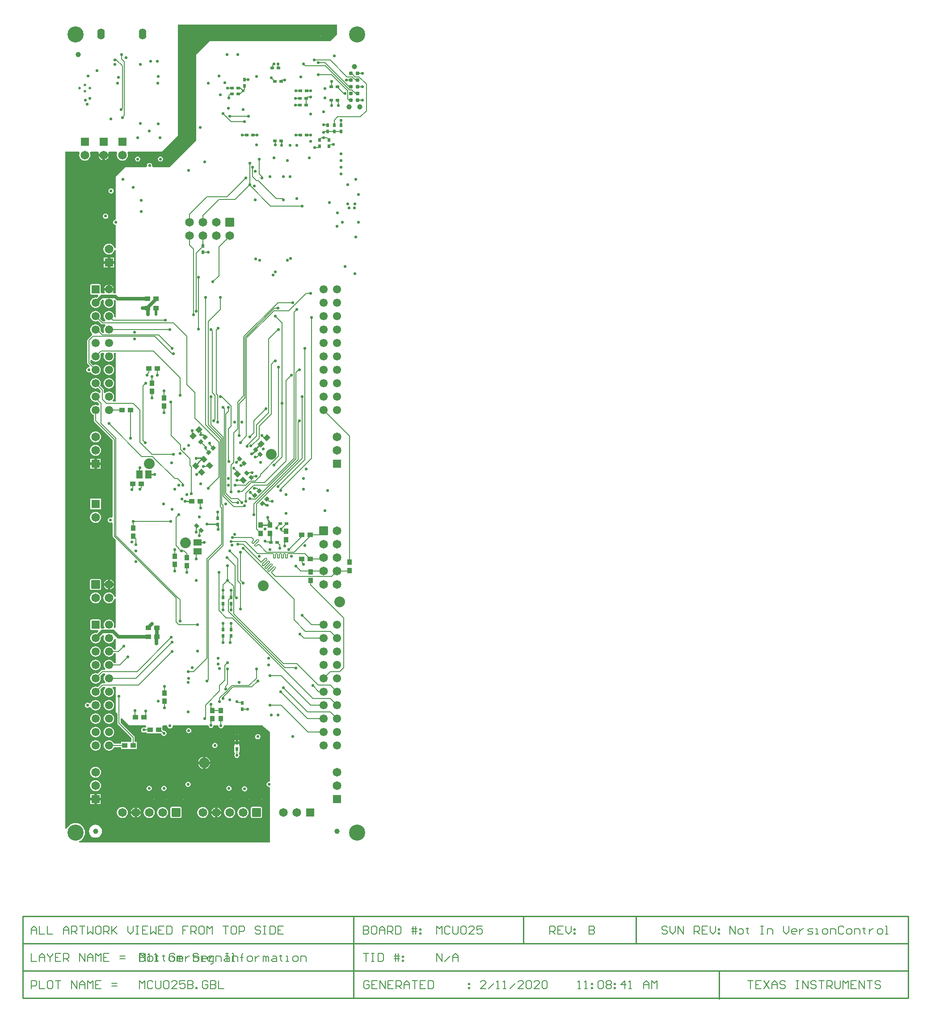
<source format=gbl>
G04*
G04 #@! TF.GenerationSoftware,Altium Limited,Altium Designer,18.1.9 (240)*
G04*
G04 Layer_Physical_Order=6*
G04 Layer_Color=16711680*
%FSAX25Y25*%
%MOIN*%
G70*
G01*
G75*
%ADD11C,0.01000*%
%ADD18C,0.00800*%
%ADD20C,0.00600*%
%ADD21C,0.00500*%
%ADD40R,0.03150X0.02362*%
%ADD43R,0.02362X0.03150*%
%ADD50C,0.03937*%
%ADD59R,0.03740X0.03937*%
%ADD60R,0.03937X0.03740*%
%ADD122C,0.02000*%
%ADD125C,0.02500*%
G04:AMPARAMS|DCode=126|XSize=64.96mil|YSize=64.96mil|CornerRadius=1.95mil|HoleSize=0mil|Usage=FLASHONLY|Rotation=270.000|XOffset=0mil|YOffset=0mil|HoleType=Round|Shape=RoundedRectangle|*
%AMROUNDEDRECTD126*
21,1,0.06496,0.06106,0,0,270.0*
21,1,0.06106,0.06496,0,0,270.0*
1,1,0.00390,-0.03053,-0.03053*
1,1,0.00390,-0.03053,0.03053*
1,1,0.00390,0.03053,0.03053*
1,1,0.00390,0.03053,-0.03053*
%
%ADD126ROUNDEDRECTD126*%
%ADD127C,0.06496*%
%ADD128C,0.08000*%
%ADD129R,0.06496X0.06496*%
G04:AMPARAMS|DCode=130|XSize=64.96mil|YSize=64.96mil|CornerRadius=1.95mil|HoleSize=0mil|Usage=FLASHONLY|Rotation=180.000|XOffset=0mil|YOffset=0mil|HoleType=Round|Shape=RoundedRectangle|*
%AMROUNDEDRECTD130*
21,1,0.06496,0.06106,0,0,180.0*
21,1,0.06106,0.06496,0,0,180.0*
1,1,0.00390,-0.03053,0.03053*
1,1,0.00390,0.03053,0.03053*
1,1,0.00390,0.03053,-0.03053*
1,1,0.00390,-0.03053,-0.03053*
%
%ADD130ROUNDEDRECTD130*%
%ADD131R,0.06496X0.06496*%
%ADD132C,0.06102*%
G04:AMPARAMS|DCode=133|XSize=61.02mil|YSize=61.02mil|CornerRadius=1.83mil|HoleSize=0mil|Usage=FLASHONLY|Rotation=270.000|XOffset=0mil|YOffset=0mil|HoleType=Round|Shape=RoundedRectangle|*
%AMROUNDEDRECTD133*
21,1,0.06102,0.05736,0,0,270.0*
21,1,0.05736,0.06102,0,0,270.0*
1,1,0.00366,-0.02868,-0.02868*
1,1,0.00366,-0.02868,0.02868*
1,1,0.00366,0.02868,0.02868*
1,1,0.00366,0.02868,-0.02868*
%
%ADD133ROUNDEDRECTD133*%
%ADD134C,0.03900*%
G04:AMPARAMS|DCode=135|XSize=82.68mil|YSize=55.12mil|CornerRadius=27.56mil|HoleSize=0mil|Usage=FLASHONLY|Rotation=270.000|XOffset=0mil|YOffset=0mil|HoleType=Round|Shape=RoundedRectangle|*
%AMROUNDEDRECTD135*
21,1,0.08268,0.00000,0,0,270.0*
21,1,0.02756,0.05512,0,0,270.0*
1,1,0.05512,0.00000,-0.01378*
1,1,0.05512,0.00000,0.01378*
1,1,0.05512,0.00000,0.01378*
1,1,0.05512,0.00000,-0.01378*
%
%ADD135ROUNDEDRECTD135*%
%ADD136C,0.12000*%
%ADD137C,0.02200*%
%ADD138C,0.01968*%
%ADD139R,0.05118X0.05906*%
G04:AMPARAMS|DCode=140|XSize=37.4mil|YSize=39.37mil|CornerRadius=0mil|HoleSize=0mil|Usage=FLASHONLY|Rotation=135.000|XOffset=0mil|YOffset=0mil|HoleType=Round|Shape=Rectangle|*
%AMROTATEDRECTD140*
4,1,4,0.02714,0.00070,-0.00070,-0.02714,-0.02714,-0.00070,0.00070,0.02714,0.02714,0.00070,0.0*
%
%ADD140ROTATEDRECTD140*%

G04:AMPARAMS|DCode=141|XSize=23.62mil|YSize=31.5mil|CornerRadius=0mil|HoleSize=0mil|Usage=FLASHONLY|Rotation=225.000|XOffset=0mil|YOffset=0mil|HoleType=Round|Shape=Rectangle|*
%AMROTATEDRECTD141*
4,1,4,-0.00278,0.01949,0.01949,-0.00278,0.00278,-0.01949,-0.01949,0.00278,-0.00278,0.01949,0.0*
%
%ADD141ROTATEDRECTD141*%

G04:AMPARAMS|DCode=142|XSize=23.62mil|YSize=31.5mil|CornerRadius=0mil|HoleSize=0mil|Usage=FLASHONLY|Rotation=315.000|XOffset=0mil|YOffset=0mil|HoleType=Round|Shape=Rectangle|*
%AMROTATEDRECTD142*
4,1,4,-0.01949,-0.00278,0.00278,0.01949,0.01949,0.00278,-0.00278,-0.01949,-0.01949,-0.00278,0.0*
%
%ADD142ROTATEDRECTD142*%

G04:AMPARAMS|DCode=143|XSize=37.4mil|YSize=39.37mil|CornerRadius=0mil|HoleSize=0mil|Usage=FLASHONLY|Rotation=225.000|XOffset=0mil|YOffset=0mil|HoleType=Round|Shape=Rectangle|*
%AMROTATEDRECTD143*
4,1,4,-0.00070,0.02714,0.02714,-0.00070,0.00070,-0.02714,-0.02714,0.00070,-0.00070,0.02714,0.0*
%
%ADD143ROTATEDRECTD143*%

%ADD144C,0.03100*%
%ADD145R,0.05906X0.05118*%
%ADD146C,0.00000*%
G36*
X0274200Y0758400D02*
X0269200Y0753400D01*
X0179200D01*
X0169200Y0743400D01*
Y0679400D01*
X0149200Y0659400D01*
X0137094D01*
X0136397Y0660400D01*
X0136437Y0660600D01*
X0136290Y0661341D01*
X0135870Y0661970D01*
X0135241Y0662390D01*
X0134500Y0662537D01*
X0133759Y0662390D01*
X0133130Y0661970D01*
X0132710Y0661341D01*
X0132563Y0660600D01*
X0132603Y0660400D01*
X0131906Y0659400D01*
X0116200D01*
X0109200Y0652400D01*
Y0620337D01*
X0108459Y0620190D01*
X0107830Y0619770D01*
X0107410Y0619141D01*
X0107263Y0618400D01*
X0107410Y0617659D01*
X0107830Y0617030D01*
X0108459Y0616610D01*
X0109200Y0616463D01*
Y0599096D01*
X0108200Y0599030D01*
X0108144Y0599457D01*
X0107736Y0600442D01*
X0107087Y0601287D01*
X0106242Y0601936D01*
X0105257Y0602344D01*
X0104200Y0602483D01*
X0103143Y0602344D01*
X0102158Y0601936D01*
X0101313Y0601287D01*
X0100664Y0600442D01*
X0100256Y0599457D01*
X0100117Y0598400D01*
X0100256Y0597343D01*
X0100664Y0596358D01*
X0101313Y0595513D01*
X0102158Y0594864D01*
X0103143Y0594456D01*
X0104200Y0594317D01*
X0105257Y0594456D01*
X0106242Y0594864D01*
X0107087Y0595513D01*
X0107736Y0596358D01*
X0108144Y0597343D01*
X0108200Y0597770D01*
X0109200Y0597704D01*
Y0565536D01*
X0108900Y0565290D01*
X0108900Y0565290D01*
X0107550D01*
X0107057Y0566290D01*
X0107302Y0566609D01*
X0107630Y0567400D01*
X0104200D01*
X0100770D01*
X0101098Y0566609D01*
X0101343Y0566290D01*
X0100850Y0565290D01*
X0099042D01*
X0098972Y0565297D01*
X0098946Y0565304D01*
X0098070Y0566125D01*
Y0571268D01*
X0097994Y0571652D01*
X0097777Y0571977D01*
X0097452Y0572194D01*
X0097068Y0572270D01*
X0091332D01*
X0090948Y0572194D01*
X0090623Y0571977D01*
X0090406Y0571652D01*
X0090330Y0571268D01*
Y0565532D01*
X0090406Y0565148D01*
X0090623Y0564823D01*
X0090948Y0564606D01*
X0091332Y0564530D01*
X0095959D01*
X0096374Y0563530D01*
X0095021Y0562176D01*
X0094200Y0562284D01*
X0093195Y0562152D01*
X0092258Y0561764D01*
X0091453Y0561147D01*
X0090836Y0560342D01*
X0090448Y0559405D01*
X0090316Y0558400D01*
X0090448Y0557395D01*
X0090836Y0556458D01*
X0091453Y0555653D01*
X0092258Y0555036D01*
X0093195Y0554648D01*
X0094200Y0554516D01*
X0095205Y0554648D01*
X0096142Y0555036D01*
X0096947Y0555653D01*
X0097564Y0556458D01*
X0097952Y0557395D01*
X0098084Y0558400D01*
X0097976Y0559221D01*
X0099407Y0560651D01*
X0099891Y0560567D01*
X0100476Y0559473D01*
X0100448Y0559405D01*
X0100316Y0558400D01*
X0100448Y0557395D01*
X0100836Y0556458D01*
X0101453Y0555653D01*
X0102258Y0555036D01*
X0103195Y0554648D01*
X0104200Y0554516D01*
X0105205Y0554648D01*
X0106142Y0555036D01*
X0106947Y0555653D01*
X0107564Y0556458D01*
X0107952Y0557395D01*
X0108084Y0558400D01*
X0107952Y0559405D01*
X0107731Y0559938D01*
X0108616Y0560416D01*
X0109200Y0559938D01*
Y0547555D01*
X0109137Y0547511D01*
X0108956Y0547462D01*
X0108065Y0548255D01*
X0108084Y0548400D01*
X0107952Y0549405D01*
X0107564Y0550342D01*
X0106947Y0551147D01*
X0106142Y0551764D01*
X0105205Y0552152D01*
X0104200Y0552284D01*
X0103195Y0552152D01*
X0102258Y0551764D01*
X0101453Y0551147D01*
X0100836Y0550342D01*
X0100448Y0549405D01*
X0100316Y0548400D01*
X0100448Y0547395D01*
X0100836Y0546458D01*
X0101453Y0545653D01*
X0101691Y0545471D01*
X0101352Y0544471D01*
X0099643D01*
X0097591Y0546523D01*
X0097952Y0547395D01*
X0098084Y0548400D01*
X0097952Y0549405D01*
X0097564Y0550342D01*
X0096947Y0551147D01*
X0096142Y0551764D01*
X0095205Y0552152D01*
X0094200Y0552284D01*
X0093195Y0552152D01*
X0092258Y0551764D01*
X0091453Y0551147D01*
X0090836Y0550342D01*
X0090448Y0549405D01*
X0090316Y0548400D01*
X0090448Y0547395D01*
X0090836Y0546458D01*
X0091453Y0545653D01*
X0092258Y0545036D01*
X0093195Y0544648D01*
X0094200Y0544516D01*
X0095205Y0544648D01*
X0096077Y0545009D01*
X0098443Y0542643D01*
X0098790Y0542411D01*
X0099200Y0542329D01*
X0099200Y0542329D01*
X0101352D01*
X0101691Y0541329D01*
X0101453Y0541147D01*
X0100836Y0540342D01*
X0100448Y0539405D01*
X0100316Y0538400D01*
X0100448Y0537395D01*
X0100735Y0536702D01*
X0100212Y0535775D01*
X0099424Y0535690D01*
X0097884Y0537230D01*
X0097952Y0537395D01*
X0098084Y0538400D01*
X0097952Y0539405D01*
X0097564Y0540342D01*
X0096947Y0541147D01*
X0096142Y0541764D01*
X0095205Y0542152D01*
X0094200Y0542284D01*
X0093195Y0542152D01*
X0092258Y0541764D01*
X0091453Y0541147D01*
X0090836Y0540342D01*
X0090448Y0539405D01*
X0090316Y0538400D01*
X0090448Y0537395D01*
X0090836Y0536458D01*
X0091453Y0535653D01*
X0091776Y0535406D01*
X0091781Y0535014D01*
X0091613Y0534270D01*
X0091443Y0534157D01*
X0088443Y0531157D01*
X0088211Y0530810D01*
X0088129Y0530400D01*
Y0513400D01*
X0088211Y0512990D01*
X0088443Y0512643D01*
X0089861Y0511225D01*
X0089368Y0510304D01*
X0089200Y0510337D01*
X0088459Y0510190D01*
X0087830Y0509770D01*
X0087410Y0509141D01*
X0087263Y0508400D01*
X0087410Y0507659D01*
X0087830Y0507030D01*
X0088459Y0506610D01*
X0089200Y0506463D01*
X0089941Y0506610D01*
X0090836Y0506458D01*
X0091019Y0506219D01*
X0091453Y0505653D01*
X0092258Y0505036D01*
X0093195Y0504648D01*
X0094200Y0504516D01*
X0095205Y0504648D01*
X0096142Y0505036D01*
X0096947Y0505653D01*
X0097564Y0506458D01*
X0097952Y0507395D01*
X0098084Y0508400D01*
X0097952Y0509405D01*
X0097564Y0510342D01*
X0096947Y0511147D01*
X0096142Y0511764D01*
X0095205Y0512152D01*
X0094200Y0512284D01*
X0093195Y0512152D01*
X0092323Y0511791D01*
X0090271Y0513843D01*
Y0515552D01*
X0091271Y0515892D01*
X0091453Y0515653D01*
X0092258Y0515036D01*
X0093195Y0514648D01*
X0094200Y0514516D01*
X0095205Y0514648D01*
X0096142Y0515036D01*
X0096947Y0515653D01*
X0097564Y0516458D01*
X0097952Y0517395D01*
X0098084Y0518400D01*
X0097952Y0519405D01*
X0097654Y0520124D01*
X0098707Y0521176D01*
X0100216D01*
X0100540Y0520741D01*
X0100767Y0520177D01*
X0100448Y0519405D01*
X0100316Y0518400D01*
X0100448Y0517395D01*
X0100836Y0516458D01*
X0101453Y0515653D01*
X0102258Y0515036D01*
X0103195Y0514648D01*
X0104200Y0514516D01*
X0105205Y0514648D01*
X0106142Y0515036D01*
X0106947Y0515653D01*
X0107564Y0516458D01*
X0107952Y0517395D01*
X0108084Y0518400D01*
X0107952Y0519405D01*
X0107633Y0520177D01*
X0107861Y0520741D01*
X0108184Y0521176D01*
X0109200D01*
Y0484623D01*
X0107247D01*
X0106908Y0485624D01*
X0106947Y0485653D01*
X0107564Y0486458D01*
X0107952Y0487395D01*
X0108084Y0488400D01*
X0107952Y0489405D01*
X0107564Y0490342D01*
X0106947Y0491147D01*
X0106142Y0491764D01*
X0105205Y0492152D01*
X0104200Y0492284D01*
X0103195Y0492152D01*
X0102258Y0491764D01*
X0101453Y0491147D01*
X0101424Y0491108D01*
X0100424Y0491447D01*
Y0493400D01*
X0100330Y0493868D01*
X0100065Y0494265D01*
X0097654Y0496676D01*
X0097952Y0497395D01*
X0098084Y0498400D01*
X0097952Y0499405D01*
X0097564Y0500342D01*
X0096947Y0501147D01*
X0096142Y0501764D01*
X0095205Y0502152D01*
X0094200Y0502284D01*
X0093195Y0502152D01*
X0092258Y0501764D01*
X0091453Y0501147D01*
X0090836Y0500342D01*
X0090448Y0499405D01*
X0090316Y0498400D01*
X0090448Y0497395D01*
X0090836Y0496458D01*
X0091453Y0495653D01*
X0092258Y0495036D01*
X0093195Y0494648D01*
X0094200Y0494516D01*
X0095205Y0494648D01*
X0095924Y0494946D01*
X0097976Y0492893D01*
Y0491447D01*
X0096977Y0491108D01*
X0096947Y0491147D01*
X0096142Y0491764D01*
X0095205Y0492152D01*
X0094200Y0492284D01*
X0093195Y0492152D01*
X0092258Y0491764D01*
X0091453Y0491147D01*
X0090836Y0490342D01*
X0090448Y0489405D01*
X0090316Y0488400D01*
X0090448Y0487395D01*
X0090836Y0486458D01*
X0091453Y0485653D01*
X0092258Y0485036D01*
X0093195Y0484648D01*
X0094200Y0484516D01*
X0095205Y0484648D01*
X0095370Y0484716D01*
X0096910Y0483176D01*
X0096825Y0482388D01*
X0095898Y0481865D01*
X0095205Y0482152D01*
X0094200Y0482284D01*
X0093195Y0482152D01*
X0092258Y0481764D01*
X0091453Y0481147D01*
X0090836Y0480342D01*
X0090448Y0479405D01*
X0090316Y0478400D01*
X0090448Y0477395D01*
X0090836Y0476458D01*
X0091453Y0475653D01*
X0092258Y0475036D01*
X0093129Y0474675D01*
Y0470400D01*
X0093211Y0469990D01*
X0093443Y0469643D01*
X0107129Y0455957D01*
Y0398595D01*
X0106129Y0398064D01*
X0105941Y0398190D01*
X0105200Y0398337D01*
X0104459Y0398190D01*
X0103830Y0397770D01*
X0103410Y0397141D01*
X0103263Y0396400D01*
X0103410Y0395659D01*
X0103830Y0395030D01*
X0104459Y0394610D01*
X0105200Y0394463D01*
X0105941Y0394610D01*
X0106129Y0394736D01*
X0107129Y0394205D01*
Y0384400D01*
X0107211Y0383990D01*
X0107443Y0383643D01*
X0109200Y0381886D01*
Y0339096D01*
X0108200Y0339030D01*
X0108144Y0339457D01*
X0107736Y0340441D01*
X0107087Y0341287D01*
X0106242Y0341936D01*
X0105257Y0342344D01*
X0104200Y0342483D01*
X0103143Y0342344D01*
X0102158Y0341936D01*
X0101313Y0341287D01*
X0100664Y0340441D01*
X0100256Y0339457D01*
X0100117Y0338400D01*
X0100256Y0337343D01*
X0100664Y0336358D01*
X0101313Y0335513D01*
X0102158Y0334864D01*
X0103143Y0334456D01*
X0104200Y0334317D01*
X0105257Y0334456D01*
X0106242Y0334864D01*
X0107087Y0335513D01*
X0107736Y0336358D01*
X0108144Y0337343D01*
X0108200Y0337770D01*
X0109200Y0337704D01*
Y0316526D01*
X0108231Y0315867D01*
X0108224Y0315874D01*
X0107776Y0316969D01*
X0107952Y0317395D01*
X0108084Y0318400D01*
X0107952Y0319405D01*
X0107564Y0320342D01*
X0106947Y0321147D01*
X0106142Y0321764D01*
X0105205Y0322152D01*
X0104200Y0322284D01*
X0103195Y0322152D01*
X0102258Y0321764D01*
X0101453Y0321147D01*
X0100836Y0320342D01*
X0100448Y0319405D01*
X0100316Y0318400D01*
X0100448Y0317395D01*
X0100836Y0316458D01*
X0100318Y0315490D01*
X0099200D01*
X0099200Y0315490D01*
X0099040Y0315458D01*
X0098070Y0316222D01*
Y0321268D01*
X0097994Y0321652D01*
X0097777Y0321977D01*
X0097452Y0322194D01*
X0097068Y0322270D01*
X0091332D01*
X0090948Y0322194D01*
X0090623Y0321977D01*
X0090406Y0321652D01*
X0090330Y0321268D01*
Y0315532D01*
X0090406Y0315148D01*
X0090623Y0314823D01*
X0090948Y0314606D01*
X0091332Y0314530D01*
X0095959D01*
X0096374Y0313530D01*
X0095021Y0312176D01*
X0094200Y0312284D01*
X0093195Y0312152D01*
X0092258Y0311764D01*
X0091453Y0311147D01*
X0090836Y0310342D01*
X0090448Y0309405D01*
X0090316Y0308400D01*
X0090448Y0307395D01*
X0090836Y0306458D01*
X0091453Y0305653D01*
X0092258Y0305036D01*
X0093195Y0304648D01*
X0094200Y0304516D01*
X0095205Y0304648D01*
X0096142Y0305036D01*
X0096947Y0305653D01*
X0097564Y0306458D01*
X0097952Y0307395D01*
X0098084Y0308400D01*
X0097976Y0309221D01*
X0099491Y0310735D01*
X0099892Y0310676D01*
X0100517Y0309573D01*
X0100448Y0309405D01*
X0100316Y0308400D01*
X0100448Y0307395D01*
X0100836Y0306458D01*
X0101453Y0305653D01*
X0102258Y0305036D01*
X0103195Y0304648D01*
X0104200Y0304516D01*
X0105205Y0304648D01*
X0106142Y0305036D01*
X0106947Y0305653D01*
X0107564Y0306458D01*
X0107904Y0307279D01*
X0108057Y0307436D01*
X0109016Y0307817D01*
X0109076Y0307784D01*
X0109200Y0307581D01*
Y0299623D01*
X0107862D01*
X0107564Y0300342D01*
X0106947Y0301147D01*
X0106142Y0301764D01*
X0105205Y0302152D01*
X0104200Y0302284D01*
X0103195Y0302152D01*
X0102258Y0301764D01*
X0101453Y0301147D01*
X0100836Y0300342D01*
X0100448Y0299405D01*
X0100316Y0298400D01*
X0100448Y0297395D01*
X0100836Y0296458D01*
X0101453Y0295653D01*
X0102258Y0295036D01*
X0103195Y0294648D01*
X0104200Y0294516D01*
X0105205Y0294648D01*
X0106142Y0295036D01*
X0106947Y0295653D01*
X0107564Y0296458D01*
X0107862Y0297177D01*
X0109200D01*
Y0289623D01*
X0107862D01*
X0107564Y0290342D01*
X0106947Y0291147D01*
X0106142Y0291764D01*
X0105205Y0292152D01*
X0104200Y0292284D01*
X0103195Y0292152D01*
X0102258Y0291764D01*
X0101453Y0291147D01*
X0100836Y0290342D01*
X0100448Y0289405D01*
X0100316Y0288400D01*
X0100448Y0287395D01*
X0100836Y0286458D01*
X0101453Y0285653D01*
X0101492Y0285624D01*
X0101153Y0284624D01*
X0099200D01*
X0098732Y0284530D01*
X0098335Y0284265D01*
X0095924Y0281854D01*
X0095205Y0282152D01*
X0094200Y0282284D01*
X0093195Y0282152D01*
X0092258Y0281764D01*
X0091453Y0281147D01*
X0090836Y0280342D01*
X0090448Y0279405D01*
X0090316Y0278400D01*
X0090448Y0277395D01*
X0090836Y0276458D01*
X0091453Y0275653D01*
X0092258Y0275036D01*
X0093195Y0274648D01*
X0094200Y0274516D01*
X0095205Y0274648D01*
X0096142Y0275036D01*
X0096947Y0275653D01*
X0097564Y0276458D01*
X0097952Y0277395D01*
X0098084Y0278400D01*
X0097952Y0279405D01*
X0097654Y0280124D01*
X0099707Y0282176D01*
X0101153D01*
X0101492Y0281176D01*
X0101453Y0281147D01*
X0100836Y0280342D01*
X0100448Y0279405D01*
X0100316Y0278400D01*
X0100448Y0277395D01*
X0100836Y0276458D01*
X0101453Y0275653D01*
X0101492Y0275623D01*
X0101153Y0274623D01*
X0099200D01*
X0098732Y0274530D01*
X0098335Y0274265D01*
X0095924Y0271854D01*
X0095205Y0272152D01*
X0094200Y0272284D01*
X0093195Y0272152D01*
X0092258Y0271764D01*
X0091453Y0271147D01*
X0090836Y0270342D01*
X0090448Y0269405D01*
X0090316Y0268400D01*
X0090448Y0267395D01*
X0090836Y0266458D01*
X0091453Y0265653D01*
X0092258Y0265036D01*
X0093195Y0264648D01*
X0094200Y0264516D01*
X0095205Y0264648D01*
X0096142Y0265036D01*
X0096947Y0265653D01*
X0097564Y0266458D01*
X0097952Y0267395D01*
X0098084Y0268400D01*
X0097952Y0269405D01*
X0097654Y0270124D01*
X0099707Y0272177D01*
X0101153D01*
X0101492Y0271177D01*
X0101453Y0271147D01*
X0100836Y0270342D01*
X0100448Y0269405D01*
X0100316Y0268400D01*
X0100448Y0267395D01*
X0100836Y0266458D01*
X0101453Y0265653D01*
X0102258Y0265036D01*
X0103195Y0264648D01*
X0104200Y0264516D01*
X0105205Y0264648D01*
X0106142Y0265036D01*
X0106947Y0265653D01*
X0107564Y0266458D01*
X0107952Y0267395D01*
X0108084Y0268400D01*
X0107952Y0269405D01*
X0107564Y0270342D01*
X0106947Y0271147D01*
X0106908Y0271177D01*
X0107247Y0272177D01*
X0109200D01*
Y0253400D01*
X0110477Y0252123D01*
Y0244900D01*
X0110570Y0244432D01*
X0110835Y0244035D01*
X0120976Y0233893D01*
Y0231070D01*
X0119819D01*
X0119581Y0231070D01*
X0118819D01*
X0118581Y0231070D01*
X0113282D01*
Y0229624D01*
X0107862D01*
X0107564Y0230342D01*
X0106947Y0231147D01*
X0106142Y0231764D01*
X0105205Y0232152D01*
X0104200Y0232284D01*
X0103195Y0232152D01*
X0102258Y0231764D01*
X0101453Y0231147D01*
X0100836Y0230342D01*
X0100448Y0229405D01*
X0100316Y0228400D01*
X0100448Y0227395D01*
X0100836Y0226458D01*
X0101453Y0225653D01*
X0102258Y0225036D01*
X0103195Y0224648D01*
X0104200Y0224516D01*
X0105205Y0224648D01*
X0106142Y0225036D01*
X0106947Y0225653D01*
X0107564Y0226458D01*
X0107862Y0227176D01*
X0113282D01*
Y0225730D01*
X0118581D01*
X0118819Y0225730D01*
X0119581D01*
X0119819Y0225730D01*
X0125118D01*
Y0231070D01*
X0123424D01*
Y0234400D01*
X0123330Y0234868D01*
X0123065Y0235265D01*
X0112924Y0245407D01*
Y0248370D01*
X0113847Y0248753D01*
X0119200Y0243400D01*
X0131518D01*
X0132110Y0242499D01*
X0131984Y0242075D01*
X0130945Y0241687D01*
X0130941Y0241690D01*
X0130200Y0241837D01*
X0129459Y0241690D01*
X0128830Y0241270D01*
X0128410Y0240641D01*
X0128263Y0239900D01*
X0128410Y0239159D01*
X0128830Y0238530D01*
X0129459Y0238110D01*
X0130200Y0237963D01*
X0130941Y0238110D01*
X0131282Y0238338D01*
X0132204Y0237965D01*
X0132282Y0237895D01*
Y0237230D01*
X0137581D01*
X0137819Y0237230D01*
X0138581D01*
X0138819Y0237230D01*
X0143289D01*
X0143298Y0237221D01*
X0143410Y0236659D01*
X0143830Y0236030D01*
X0144459Y0235610D01*
X0145200Y0235463D01*
X0145941Y0235610D01*
X0146570Y0236030D01*
X0146990Y0236659D01*
X0147137Y0237400D01*
X0146990Y0238141D01*
X0146570Y0238770D01*
X0145941Y0239190D01*
X0145200Y0239337D01*
X0144874Y0239272D01*
X0144118Y0239944D01*
Y0242400D01*
X0144118Y0242570D01*
X0144529Y0243400D01*
X0147352D01*
X0147763Y0242900D01*
X0147910Y0242159D01*
X0148330Y0241530D01*
X0148959Y0241110D01*
X0149700Y0240963D01*
X0150441Y0241110D01*
X0151070Y0241530D01*
X0151490Y0242159D01*
X0151637Y0242900D01*
X0152048Y0243400D01*
X0178281D01*
X0178363Y0243300D01*
X0178510Y0242559D01*
X0178930Y0241930D01*
X0179559Y0241510D01*
X0180300Y0241363D01*
X0181041Y0241510D01*
X0181670Y0241930D01*
X0182090Y0242559D01*
X0182237Y0243300D01*
X0182319Y0243400D01*
X0185617D01*
X0185863Y0243100D01*
X0186010Y0242359D01*
X0186430Y0241730D01*
X0187059Y0241310D01*
X0187800Y0241163D01*
X0188541Y0241310D01*
X0189170Y0241730D01*
X0189590Y0242359D01*
X0189737Y0243100D01*
X0189983Y0243400D01*
X0218200D01*
X0224200Y0238400D01*
Y0201748D01*
X0223700Y0201337D01*
X0222959Y0201190D01*
X0222330Y0200770D01*
X0221910Y0200141D01*
X0221763Y0199400D01*
X0221910Y0198659D01*
X0222330Y0198030D01*
X0222959Y0197610D01*
X0223700Y0197463D01*
X0224200Y0197052D01*
Y0155949D01*
X0082263D01*
X0082117Y0156324D01*
X0082086Y0156949D01*
X0083136Y0157510D01*
X0084209Y0158391D01*
X0085090Y0159464D01*
X0085745Y0160689D01*
X0086148Y0162018D01*
X0086284Y0163400D01*
X0086148Y0164782D01*
X0085745Y0166111D01*
X0085090Y0167336D01*
X0084209Y0168409D01*
X0083136Y0169290D01*
X0081911Y0169945D01*
X0080582Y0170348D01*
X0079200Y0170484D01*
X0077818Y0170348D01*
X0076489Y0169945D01*
X0075264Y0169290D01*
X0074191Y0168409D01*
X0073310Y0167336D01*
X0072749Y0166286D01*
X0072124Y0166317D01*
X0071749Y0166463D01*
Y0670900D01*
X0081816D01*
X0082440Y0669900D01*
X0082256Y0669457D01*
X0082117Y0668400D01*
X0082256Y0667343D01*
X0082664Y0666359D01*
X0083313Y0665513D01*
X0084158Y0664864D01*
X0085143Y0664456D01*
X0086200Y0664317D01*
X0087257Y0664456D01*
X0088241Y0664864D01*
X0089087Y0665513D01*
X0089736Y0666359D01*
X0090144Y0667343D01*
X0090283Y0668400D01*
X0090144Y0669457D01*
X0089960Y0669900D01*
X0090584Y0670900D01*
X0096229D01*
X0096764Y0669900D01*
X0096557Y0669400D01*
X0100200D01*
X0103843D01*
X0103636Y0669900D01*
X0104171Y0670900D01*
X0109816Y0670900D01*
X0110440Y0669900D01*
X0110256Y0669457D01*
X0110117Y0668400D01*
X0110256Y0667343D01*
X0110664Y0666359D01*
X0111313Y0665513D01*
X0112159Y0664864D01*
X0113143Y0664456D01*
X0114200Y0664317D01*
X0115257Y0664456D01*
X0116242Y0664864D01*
X0117087Y0665513D01*
X0117736Y0666359D01*
X0118144Y0667343D01*
X0118283Y0668400D01*
X0118144Y0669457D01*
X0117960Y0669900D01*
X0118584Y0670900D01*
X0143700D01*
X0155700Y0682900D01*
X0155700Y0765851D01*
X0274200D01*
Y0758400D01*
D02*
G37*
%LPC*%
G36*
X0264200Y0759656D02*
Y0759400D01*
X0264456D01*
X0264353Y0759553D01*
X0264200Y0759656D01*
D02*
G37*
G36*
X0262200D02*
X0262047Y0759553D01*
X0261944Y0759400D01*
X0262200D01*
Y0759656D01*
D02*
G37*
G36*
X0264456Y0757400D02*
X0264200D01*
Y0757144D01*
X0264353Y0757246D01*
X0264456Y0757400D01*
D02*
G37*
G36*
X0262200D02*
X0261944D01*
X0262047Y0757246D01*
X0262200Y0757144D01*
Y0757400D01*
D02*
G37*
G36*
X0103843Y0667400D02*
X0101200D01*
Y0664757D01*
X0102090Y0665126D01*
X0102873Y0665727D01*
X0103474Y0666510D01*
X0103843Y0667400D01*
D02*
G37*
G36*
X0099200D02*
X0096557D01*
X0096926Y0666510D01*
X0097527Y0665727D01*
X0098310Y0665126D01*
X0099200Y0664757D01*
Y0667400D01*
D02*
G37*
G36*
X0142600Y0667437D02*
X0141859Y0667290D01*
X0141230Y0666870D01*
X0140810Y0666241D01*
X0140663Y0665500D01*
X0140810Y0664759D01*
X0141230Y0664130D01*
X0141859Y0663710D01*
X0142600Y0663563D01*
X0143341Y0663710D01*
X0143970Y0664130D01*
X0144390Y0664759D01*
X0144537Y0665500D01*
X0144390Y0666241D01*
X0143970Y0666870D01*
X0143341Y0667290D01*
X0142600Y0667437D01*
D02*
G37*
G36*
X0125600D02*
X0124859Y0667290D01*
X0124230Y0666870D01*
X0123810Y0666241D01*
X0123663Y0665500D01*
X0123810Y0664759D01*
X0124230Y0664130D01*
X0124859Y0663710D01*
X0125600Y0663563D01*
X0126341Y0663710D01*
X0126970Y0664130D01*
X0127390Y0664759D01*
X0127537Y0665500D01*
X0127390Y0666241D01*
X0126970Y0666870D01*
X0126341Y0667290D01*
X0125600Y0667437D01*
D02*
G37*
G36*
X0105800Y0643637D02*
X0105059Y0643490D01*
X0104430Y0643070D01*
X0104010Y0642441D01*
X0103863Y0641700D01*
X0104010Y0640959D01*
X0104430Y0640330D01*
X0105059Y0639910D01*
X0105800Y0639763D01*
X0106541Y0639910D01*
X0107170Y0640330D01*
X0107590Y0640959D01*
X0107737Y0641700D01*
X0107590Y0642441D01*
X0107170Y0643070D01*
X0106541Y0643490D01*
X0105800Y0643637D01*
D02*
G37*
G36*
X0101700Y0624837D02*
X0100959Y0624690D01*
X0100330Y0624270D01*
X0099910Y0623641D01*
X0099763Y0622900D01*
X0099910Y0622159D01*
X0100330Y0621530D01*
X0100959Y0621110D01*
X0101700Y0620963D01*
X0102441Y0621110D01*
X0103070Y0621530D01*
X0103490Y0622159D01*
X0103637Y0622900D01*
X0103490Y0623641D01*
X0103070Y0624270D01*
X0102441Y0624690D01*
X0101700Y0624837D01*
D02*
G37*
G36*
X0107948Y0592148D02*
X0105200D01*
Y0589400D01*
X0107948D01*
Y0592148D01*
D02*
G37*
G36*
X0103200D02*
X0100452D01*
Y0589400D01*
X0103200D01*
Y0592148D01*
D02*
G37*
G36*
X0107948Y0587400D02*
X0105200D01*
Y0584652D01*
X0107948D01*
Y0587400D01*
D02*
G37*
G36*
X0103200D02*
X0100452D01*
Y0584652D01*
X0103200D01*
Y0587400D01*
D02*
G37*
G36*
X0105200Y0571830D02*
Y0569400D01*
X0107630D01*
X0107302Y0570191D01*
X0106733Y0570933D01*
X0105991Y0571502D01*
X0105200Y0571830D01*
D02*
G37*
G36*
X0103200D02*
X0102409Y0571502D01*
X0101667Y0570933D01*
X0101098Y0570191D01*
X0100770Y0569400D01*
X0103200D01*
Y0571830D01*
D02*
G37*
G36*
X0104200Y0512284D02*
X0103195Y0512152D01*
X0102258Y0511764D01*
X0101453Y0511147D01*
X0100836Y0510342D01*
X0100448Y0509405D01*
X0100316Y0508400D01*
X0100448Y0507395D01*
X0100836Y0506458D01*
X0101453Y0505653D01*
X0102258Y0505036D01*
X0103195Y0504648D01*
X0104200Y0504516D01*
X0105205Y0504648D01*
X0106142Y0505036D01*
X0106947Y0505653D01*
X0107564Y0506458D01*
X0107952Y0507395D01*
X0108084Y0508400D01*
X0107952Y0509405D01*
X0107564Y0510342D01*
X0106947Y0511147D01*
X0106142Y0511764D01*
X0105205Y0512152D01*
X0104200Y0512284D01*
D02*
G37*
G36*
Y0502284D02*
X0103195Y0502152D01*
X0102258Y0501764D01*
X0101453Y0501147D01*
X0100836Y0500342D01*
X0100448Y0499405D01*
X0100316Y0498400D01*
X0100448Y0497395D01*
X0100836Y0496458D01*
X0101453Y0495653D01*
X0102258Y0495036D01*
X0103195Y0494648D01*
X0104200Y0494516D01*
X0105205Y0494648D01*
X0106142Y0495036D01*
X0106947Y0495653D01*
X0107564Y0496458D01*
X0107952Y0497395D01*
X0108084Y0498400D01*
X0107952Y0499405D01*
X0107564Y0500342D01*
X0106947Y0501147D01*
X0106142Y0501764D01*
X0105205Y0502152D01*
X0104200Y0502284D01*
D02*
G37*
G36*
X0094200Y0462483D02*
X0093143Y0462344D01*
X0092159Y0461936D01*
X0091313Y0461287D01*
X0090664Y0460441D01*
X0090256Y0459457D01*
X0090117Y0458400D01*
X0090256Y0457343D01*
X0090664Y0456358D01*
X0091313Y0455513D01*
X0092159Y0454864D01*
X0093143Y0454456D01*
X0094200Y0454317D01*
X0095257Y0454456D01*
X0096241Y0454864D01*
X0097087Y0455513D01*
X0097736Y0456358D01*
X0098144Y0457343D01*
X0098283Y0458400D01*
X0098144Y0459457D01*
X0097736Y0460441D01*
X0097087Y0461287D01*
X0096241Y0461936D01*
X0095257Y0462344D01*
X0094200Y0462483D01*
D02*
G37*
G36*
Y0452483D02*
X0093143Y0452344D01*
X0092159Y0451936D01*
X0091313Y0451287D01*
X0090664Y0450442D01*
X0090256Y0449457D01*
X0090117Y0448400D01*
X0090256Y0447343D01*
X0090664Y0446358D01*
X0091313Y0445513D01*
X0092159Y0444864D01*
X0093143Y0444456D01*
X0094200Y0444317D01*
X0095257Y0444456D01*
X0096241Y0444864D01*
X0097087Y0445513D01*
X0097736Y0446358D01*
X0098144Y0447343D01*
X0098283Y0448400D01*
X0098144Y0449457D01*
X0097736Y0450442D01*
X0097087Y0451287D01*
X0096241Y0451936D01*
X0095257Y0452344D01*
X0094200Y0452483D01*
D02*
G37*
G36*
X0097948Y0442148D02*
X0095200D01*
Y0439400D01*
X0097948D01*
Y0442148D01*
D02*
G37*
G36*
X0093200D02*
X0090452D01*
Y0439400D01*
X0093200D01*
Y0442148D01*
D02*
G37*
G36*
X0097948Y0437400D02*
X0095200D01*
Y0434652D01*
X0097948D01*
Y0437400D01*
D02*
G37*
G36*
X0093200D02*
X0090452D01*
Y0434652D01*
X0093200D01*
Y0437400D01*
D02*
G37*
G36*
X0098248Y0412448D02*
X0090152D01*
Y0404352D01*
X0098248D01*
Y0412448D01*
D02*
G37*
G36*
X0094200Y0402483D02*
X0093143Y0402344D01*
X0092159Y0401936D01*
X0091313Y0401287D01*
X0090664Y0400442D01*
X0090256Y0399457D01*
X0090117Y0398400D01*
X0090256Y0397343D01*
X0090664Y0396358D01*
X0091313Y0395513D01*
X0092159Y0394864D01*
X0093143Y0394456D01*
X0094200Y0394317D01*
X0095257Y0394456D01*
X0096241Y0394864D01*
X0097087Y0395513D01*
X0097736Y0396358D01*
X0098144Y0397343D01*
X0098283Y0398400D01*
X0098144Y0399457D01*
X0097736Y0400442D01*
X0097087Y0401287D01*
X0096241Y0401936D01*
X0095257Y0402344D01*
X0094200Y0402483D01*
D02*
G37*
G36*
X0105200Y0352043D02*
Y0349400D01*
X0107843D01*
X0107474Y0350290D01*
X0106873Y0351073D01*
X0106090Y0351674D01*
X0105200Y0352043D01*
D02*
G37*
G36*
X0103200D02*
X0102310Y0351674D01*
X0101527Y0351073D01*
X0100926Y0350290D01*
X0100557Y0349400D01*
X0103200D01*
Y0352043D01*
D02*
G37*
G36*
X0107843Y0347400D02*
X0105200D01*
Y0344757D01*
X0106090Y0345126D01*
X0106873Y0345727D01*
X0107474Y0346510D01*
X0107843Y0347400D01*
D02*
G37*
G36*
X0103200D02*
X0100557D01*
X0100926Y0346510D01*
X0101527Y0345727D01*
X0102310Y0345126D01*
X0103200Y0344757D01*
Y0347400D01*
D02*
G37*
G36*
X0097253Y0352467D02*
X0091147D01*
X0090759Y0352390D01*
X0090430Y0352170D01*
X0090210Y0351841D01*
X0090132Y0351453D01*
Y0345347D01*
X0090210Y0344959D01*
X0090430Y0344630D01*
X0090759Y0344410D01*
X0091147Y0344333D01*
X0097253D01*
X0097641Y0344410D01*
X0097970Y0344630D01*
X0098190Y0344959D01*
X0098268Y0345347D01*
Y0351453D01*
X0098190Y0351841D01*
X0097970Y0352170D01*
X0097641Y0352390D01*
X0097253Y0352467D01*
D02*
G37*
G36*
X0094200Y0342483D02*
X0093143Y0342344D01*
X0092159Y0341936D01*
X0091313Y0341287D01*
X0090664Y0340441D01*
X0090256Y0339457D01*
X0090117Y0338400D01*
X0090256Y0337343D01*
X0090664Y0336358D01*
X0091313Y0335513D01*
X0092159Y0334864D01*
X0093143Y0334456D01*
X0094200Y0334317D01*
X0095257Y0334456D01*
X0096241Y0334864D01*
X0097087Y0335513D01*
X0097736Y0336358D01*
X0098144Y0337343D01*
X0098283Y0338400D01*
X0098144Y0339457D01*
X0097736Y0340441D01*
X0097087Y0341287D01*
X0096241Y0341936D01*
X0095257Y0342344D01*
X0094200Y0342483D01*
D02*
G37*
G36*
Y0302284D02*
X0093195Y0302152D01*
X0092258Y0301764D01*
X0091453Y0301147D01*
X0090836Y0300342D01*
X0090448Y0299405D01*
X0090316Y0298400D01*
X0090448Y0297395D01*
X0090836Y0296458D01*
X0091453Y0295653D01*
X0092258Y0295036D01*
X0093195Y0294648D01*
X0094200Y0294516D01*
X0095205Y0294648D01*
X0096142Y0295036D01*
X0096947Y0295653D01*
X0097564Y0296458D01*
X0097952Y0297395D01*
X0098084Y0298400D01*
X0097952Y0299405D01*
X0097564Y0300342D01*
X0096947Y0301147D01*
X0096142Y0301764D01*
X0095205Y0302152D01*
X0094200Y0302284D01*
D02*
G37*
G36*
Y0292284D02*
X0093195Y0292152D01*
X0092258Y0291764D01*
X0091453Y0291147D01*
X0090836Y0290342D01*
X0090448Y0289405D01*
X0090316Y0288400D01*
X0090448Y0287395D01*
X0090836Y0286458D01*
X0091453Y0285653D01*
X0092258Y0285036D01*
X0093195Y0284648D01*
X0094200Y0284516D01*
X0095205Y0284648D01*
X0096142Y0285036D01*
X0096947Y0285653D01*
X0097564Y0286458D01*
X0097952Y0287395D01*
X0098084Y0288400D01*
X0097952Y0289405D01*
X0097564Y0290342D01*
X0096947Y0291147D01*
X0096142Y0291764D01*
X0095205Y0292152D01*
X0094200Y0292284D01*
D02*
G37*
G36*
Y0262284D02*
X0093195Y0262152D01*
X0092258Y0261764D01*
X0091453Y0261147D01*
X0090836Y0260342D01*
X0090665Y0259930D01*
X0089570Y0259770D01*
X0088941Y0260190D01*
X0088200Y0260337D01*
X0087459Y0260190D01*
X0086830Y0259770D01*
X0086410Y0259141D01*
X0086263Y0258400D01*
X0086410Y0257659D01*
X0086830Y0257030D01*
X0087459Y0256610D01*
X0088200Y0256463D01*
X0088941Y0256610D01*
X0089570Y0257030D01*
X0090665Y0256870D01*
X0090836Y0256458D01*
X0091453Y0255653D01*
X0092258Y0255036D01*
X0093195Y0254648D01*
X0094200Y0254516D01*
X0095205Y0254648D01*
X0096142Y0255036D01*
X0096947Y0255653D01*
X0097564Y0256458D01*
X0097952Y0257395D01*
X0098084Y0258400D01*
X0097952Y0259405D01*
X0097564Y0260342D01*
X0096947Y0261147D01*
X0096142Y0261764D01*
X0095205Y0262152D01*
X0094200Y0262284D01*
D02*
G37*
G36*
X0104200D02*
X0103195Y0262152D01*
X0102258Y0261764D01*
X0101453Y0261147D01*
X0100836Y0260342D01*
X0100448Y0259405D01*
X0100316Y0258400D01*
X0100448Y0257395D01*
X0100836Y0256458D01*
X0101453Y0255653D01*
X0102258Y0255036D01*
X0103195Y0254648D01*
X0104200Y0254516D01*
X0105205Y0254648D01*
X0106142Y0255036D01*
X0106947Y0255653D01*
X0107564Y0256458D01*
X0107952Y0257395D01*
X0108084Y0258400D01*
X0107952Y0259405D01*
X0107564Y0260342D01*
X0106947Y0261147D01*
X0106142Y0261764D01*
X0105205Y0262152D01*
X0104200Y0262284D01*
D02*
G37*
G36*
Y0252284D02*
X0103195Y0252152D01*
X0102258Y0251764D01*
X0101453Y0251147D01*
X0100836Y0250342D01*
X0100448Y0249405D01*
X0100316Y0248400D01*
X0100448Y0247395D01*
X0100836Y0246458D01*
X0101453Y0245653D01*
X0102258Y0245036D01*
X0103195Y0244648D01*
X0104200Y0244516D01*
X0105205Y0244648D01*
X0106142Y0245036D01*
X0106947Y0245653D01*
X0107564Y0246458D01*
X0107952Y0247395D01*
X0108084Y0248400D01*
X0107952Y0249405D01*
X0107564Y0250342D01*
X0106947Y0251147D01*
X0106142Y0251764D01*
X0105205Y0252152D01*
X0104200Y0252284D01*
D02*
G37*
G36*
X0094200D02*
X0093195Y0252152D01*
X0092258Y0251764D01*
X0091453Y0251147D01*
X0090836Y0250342D01*
X0090448Y0249405D01*
X0090316Y0248400D01*
X0090448Y0247395D01*
X0090836Y0246458D01*
X0091453Y0245653D01*
X0092258Y0245036D01*
X0093195Y0244648D01*
X0094200Y0244516D01*
X0095205Y0244648D01*
X0096142Y0245036D01*
X0096947Y0245653D01*
X0097564Y0246458D01*
X0097952Y0247395D01*
X0098084Y0248400D01*
X0097952Y0249405D01*
X0097564Y0250342D01*
X0096947Y0251147D01*
X0096142Y0251764D01*
X0095205Y0252152D01*
X0094200Y0252284D01*
D02*
G37*
G36*
X0200600Y0238856D02*
Y0238600D01*
X0200856D01*
X0200753Y0238754D01*
X0200600Y0238856D01*
D02*
G37*
G36*
X0198600D02*
X0198447Y0238754D01*
X0198344Y0238600D01*
X0198600D01*
Y0238856D01*
D02*
G37*
G36*
X0163700Y0241337D02*
X0162959Y0241190D01*
X0162330Y0240770D01*
X0161910Y0240141D01*
X0161763Y0239400D01*
X0161910Y0238659D01*
X0162330Y0238030D01*
X0162959Y0237610D01*
X0163700Y0237463D01*
X0164441Y0237610D01*
X0165070Y0238030D01*
X0165490Y0238659D01*
X0165637Y0239400D01*
X0165490Y0240141D01*
X0165070Y0240770D01*
X0164441Y0241190D01*
X0163700Y0241337D01*
D02*
G37*
G36*
X0200856Y0236600D02*
X0200600D01*
Y0236344D01*
X0200753Y0236446D01*
X0200856Y0236600D01*
D02*
G37*
G36*
X0198600D02*
X0198344D01*
X0198447Y0236446D01*
X0198600Y0236344D01*
Y0236600D01*
D02*
G37*
G36*
X0104200Y0242284D02*
X0103195Y0242152D01*
X0102258Y0241764D01*
X0101453Y0241147D01*
X0100836Y0240342D01*
X0100448Y0239405D01*
X0100316Y0238400D01*
X0100448Y0237395D01*
X0100836Y0236458D01*
X0101453Y0235653D01*
X0102258Y0235036D01*
X0103195Y0234648D01*
X0104200Y0234516D01*
X0105205Y0234648D01*
X0106142Y0235036D01*
X0106947Y0235653D01*
X0107564Y0236458D01*
X0107952Y0237395D01*
X0108084Y0238400D01*
X0107952Y0239405D01*
X0107564Y0240342D01*
X0106947Y0241147D01*
X0106142Y0241764D01*
X0105205Y0242152D01*
X0104200Y0242284D01*
D02*
G37*
G36*
X0094200D02*
X0093195Y0242152D01*
X0092258Y0241764D01*
X0091453Y0241147D01*
X0090836Y0240342D01*
X0090448Y0239405D01*
X0090316Y0238400D01*
X0090448Y0237395D01*
X0090836Y0236458D01*
X0091453Y0235653D01*
X0092258Y0235036D01*
X0093195Y0234648D01*
X0094200Y0234516D01*
X0095205Y0234648D01*
X0096142Y0235036D01*
X0096947Y0235653D01*
X0097564Y0236458D01*
X0097952Y0237395D01*
X0098084Y0238400D01*
X0097952Y0239405D01*
X0097564Y0240342D01*
X0096947Y0241147D01*
X0096142Y0241764D01*
X0095205Y0242152D01*
X0094200Y0242284D01*
D02*
G37*
G36*
X0215200Y0236837D02*
X0214459Y0236690D01*
X0213830Y0236270D01*
X0213410Y0235641D01*
X0213263Y0234900D01*
X0213410Y0234159D01*
X0213830Y0233530D01*
X0214459Y0233110D01*
X0215200Y0232963D01*
X0215941Y0233110D01*
X0216570Y0233530D01*
X0216990Y0234159D01*
X0217137Y0234900D01*
X0216990Y0235641D01*
X0216570Y0236270D01*
X0215941Y0236690D01*
X0215200Y0236837D01*
D02*
G37*
G36*
X0201281Y0232437D02*
X0200600D01*
Y0231362D01*
X0201281D01*
Y0232437D01*
D02*
G37*
G36*
X0198600D02*
X0197919D01*
Y0231362D01*
X0198600D01*
Y0232437D01*
D02*
G37*
G36*
X0183200Y0230337D02*
X0182459Y0230190D01*
X0181830Y0229770D01*
X0181410Y0229141D01*
X0181263Y0228400D01*
X0181410Y0227659D01*
X0181830Y0227030D01*
X0182459Y0226610D01*
X0183200Y0226463D01*
X0183941Y0226610D01*
X0184570Y0227030D01*
X0184990Y0227659D01*
X0185137Y0228400D01*
X0184990Y0229141D01*
X0184570Y0229770D01*
X0183941Y0230190D01*
X0183200Y0230337D01*
D02*
G37*
G36*
X0094200Y0232284D02*
X0093195Y0232152D01*
X0092258Y0231764D01*
X0091453Y0231147D01*
X0090836Y0230342D01*
X0090448Y0229405D01*
X0090316Y0228400D01*
X0090448Y0227395D01*
X0090836Y0226458D01*
X0091453Y0225653D01*
X0092258Y0225036D01*
X0093195Y0224648D01*
X0094200Y0224516D01*
X0095205Y0224648D01*
X0096142Y0225036D01*
X0096947Y0225653D01*
X0097564Y0226458D01*
X0097952Y0227395D01*
X0098084Y0228400D01*
X0097952Y0229405D01*
X0097564Y0230342D01*
X0096947Y0231147D01*
X0096142Y0231764D01*
X0095205Y0232152D01*
X0094200Y0232284D01*
D02*
G37*
G36*
X0201281Y0229362D02*
X0197919D01*
Y0228888D01*
X0197619Y0228013D01*
X0197619Y0227412D01*
Y0223263D01*
X0197767D01*
X0198036Y0222744D01*
X0198159Y0222263D01*
X0197810Y0221741D01*
X0197663Y0221000D01*
X0197810Y0220259D01*
X0198230Y0219630D01*
X0198859Y0219210D01*
X0199600Y0219063D01*
X0200341Y0219210D01*
X0200970Y0219630D01*
X0201390Y0220259D01*
X0201537Y0221000D01*
X0201390Y0221741D01*
X0201041Y0222263D01*
X0201164Y0222744D01*
X0201433Y0223263D01*
X0201581D01*
Y0227412D01*
X0201581Y0228013D01*
X0201281Y0228888D01*
Y0229013D01*
Y0229362D01*
D02*
G37*
G36*
X0176200Y0219807D02*
Y0216400D01*
X0179607D01*
X0179584Y0216575D01*
X0179131Y0217669D01*
X0178409Y0218609D01*
X0177469Y0219331D01*
X0176375Y0219784D01*
X0176200Y0219807D01*
D02*
G37*
G36*
X0174200D02*
X0174025Y0219784D01*
X0172931Y0219331D01*
X0171991Y0218609D01*
X0171269Y0217669D01*
X0170816Y0216575D01*
X0170793Y0216400D01*
X0174200D01*
Y0219807D01*
D02*
G37*
G36*
X0179607Y0214400D02*
X0176200D01*
Y0210993D01*
X0176375Y0211016D01*
X0177469Y0211469D01*
X0178409Y0212191D01*
X0179131Y0213131D01*
X0179584Y0214225D01*
X0179607Y0214400D01*
D02*
G37*
G36*
X0174200D02*
X0170793D01*
X0170816Y0214225D01*
X0171269Y0213131D01*
X0171991Y0212191D01*
X0172931Y0211469D01*
X0174025Y0211016D01*
X0174200Y0210993D01*
Y0214400D01*
D02*
G37*
G36*
X0094200Y0212483D02*
X0093143Y0212344D01*
X0092159Y0211936D01*
X0091313Y0211287D01*
X0090664Y0210441D01*
X0090256Y0209457D01*
X0090117Y0208400D01*
X0090256Y0207343D01*
X0090664Y0206359D01*
X0091313Y0205513D01*
X0092159Y0204864D01*
X0093143Y0204456D01*
X0094200Y0204317D01*
X0095257Y0204456D01*
X0096241Y0204864D01*
X0097087Y0205513D01*
X0097736Y0206359D01*
X0098144Y0207343D01*
X0098283Y0208400D01*
X0098144Y0209457D01*
X0097736Y0210441D01*
X0097087Y0211287D01*
X0096241Y0211936D01*
X0095257Y0212344D01*
X0094200Y0212483D01*
D02*
G37*
G36*
X0163200Y0201337D02*
X0162459Y0201190D01*
X0161830Y0200770D01*
X0161410Y0200141D01*
X0161263Y0199400D01*
X0161410Y0198659D01*
X0161830Y0198030D01*
X0162459Y0197610D01*
X0163200Y0197463D01*
X0163941Y0197610D01*
X0164570Y0198030D01*
X0164990Y0198659D01*
X0165137Y0199400D01*
X0164990Y0200141D01*
X0164570Y0200770D01*
X0163941Y0201190D01*
X0163200Y0201337D01*
D02*
G37*
G36*
X0193700Y0198337D02*
X0192959Y0198190D01*
X0192330Y0197770D01*
X0191910Y0197141D01*
X0191763Y0196400D01*
X0191910Y0195659D01*
X0192330Y0195030D01*
X0192959Y0194610D01*
X0193700Y0194463D01*
X0194441Y0194610D01*
X0195070Y0195030D01*
X0195490Y0195659D01*
X0195637Y0196400D01*
X0195490Y0197141D01*
X0195070Y0197770D01*
X0194441Y0198190D01*
X0193700Y0198337D01*
D02*
G37*
G36*
X0145200D02*
X0144459Y0198190D01*
X0143830Y0197770D01*
X0143410Y0197141D01*
X0143263Y0196400D01*
X0143410Y0195659D01*
X0143830Y0195030D01*
X0144459Y0194610D01*
X0145200Y0194463D01*
X0145941Y0194610D01*
X0146570Y0195030D01*
X0146990Y0195659D01*
X0147137Y0196400D01*
X0146990Y0197141D01*
X0146570Y0197770D01*
X0145941Y0198190D01*
X0145200Y0198337D01*
D02*
G37*
G36*
X0134200D02*
X0133459Y0198190D01*
X0132830Y0197770D01*
X0132410Y0197141D01*
X0132263Y0196400D01*
X0132410Y0195659D01*
X0132830Y0195030D01*
X0133459Y0194610D01*
X0134200Y0194463D01*
X0134941Y0194610D01*
X0135570Y0195030D01*
X0135990Y0195659D01*
X0136137Y0196400D01*
X0135990Y0197141D01*
X0135570Y0197770D01*
X0134941Y0198190D01*
X0134200Y0198337D01*
D02*
G37*
G36*
X0094200Y0202483D02*
X0093143Y0202344D01*
X0092159Y0201936D01*
X0091313Y0201287D01*
X0090664Y0200442D01*
X0090256Y0199457D01*
X0090117Y0198400D01*
X0090256Y0197343D01*
X0090664Y0196359D01*
X0091313Y0195513D01*
X0092159Y0194864D01*
X0093143Y0194456D01*
X0094200Y0194317D01*
X0095257Y0194456D01*
X0096241Y0194864D01*
X0097087Y0195513D01*
X0097736Y0196359D01*
X0098144Y0197343D01*
X0098283Y0198400D01*
X0098144Y0199457D01*
X0097736Y0200442D01*
X0097087Y0201287D01*
X0096241Y0201936D01*
X0095257Y0202344D01*
X0094200Y0202483D01*
D02*
G37*
G36*
X0205396Y0198018D02*
X0204655Y0197871D01*
X0204026Y0197451D01*
X0203606Y0196822D01*
X0203459Y0196081D01*
X0203606Y0195340D01*
X0204026Y0194711D01*
X0204655Y0194291D01*
X0205396Y0194144D01*
X0206137Y0194291D01*
X0206766Y0194711D01*
X0207186Y0195340D01*
X0207333Y0196081D01*
X0207186Y0196822D01*
X0206766Y0197451D01*
X0206137Y0197871D01*
X0205396Y0198018D01*
D02*
G37*
G36*
X0220200Y0190656D02*
Y0190400D01*
X0220456D01*
X0220354Y0190553D01*
X0220200Y0190656D01*
D02*
G37*
G36*
X0218200D02*
X0218046Y0190553D01*
X0217944Y0190400D01*
X0218200D01*
Y0190656D01*
D02*
G37*
G36*
X0208700D02*
Y0190400D01*
X0208956D01*
X0208854Y0190553D01*
X0208700Y0190656D01*
D02*
G37*
G36*
X0206700D02*
X0206546Y0190553D01*
X0206444Y0190400D01*
X0206700D01*
Y0190656D01*
D02*
G37*
G36*
X0197200D02*
Y0190400D01*
X0197456D01*
X0197353Y0190553D01*
X0197200Y0190656D01*
D02*
G37*
G36*
X0195200D02*
X0195046Y0190553D01*
X0194944Y0190400D01*
X0195200D01*
Y0190656D01*
D02*
G37*
G36*
X0159700D02*
Y0190400D01*
X0159956D01*
X0159853Y0190553D01*
X0159700Y0190656D01*
D02*
G37*
G36*
X0157700D02*
X0157546Y0190553D01*
X0157444Y0190400D01*
X0157700D01*
Y0190656D01*
D02*
G37*
G36*
X0149200D02*
Y0190400D01*
X0149456D01*
X0149354Y0190553D01*
X0149200Y0190656D01*
D02*
G37*
G36*
X0147200D02*
X0147046Y0190553D01*
X0146944Y0190400D01*
X0147200D01*
Y0190656D01*
D02*
G37*
G36*
X0137700D02*
Y0190400D01*
X0137956D01*
X0137854Y0190553D01*
X0137700Y0190656D01*
D02*
G37*
G36*
X0135700D02*
X0135547Y0190553D01*
X0135444Y0190400D01*
X0135700D01*
Y0190656D01*
D02*
G37*
G36*
X0097948Y0192148D02*
X0095200D01*
Y0189400D01*
X0097948D01*
Y0192148D01*
D02*
G37*
G36*
X0093200D02*
X0090452D01*
Y0189400D01*
X0093200D01*
Y0192148D01*
D02*
G37*
G36*
X0220456Y0188400D02*
X0220200D01*
Y0188144D01*
X0220354Y0188247D01*
X0220456Y0188400D01*
D02*
G37*
G36*
X0218200D02*
X0217944D01*
X0218046Y0188247D01*
X0218200Y0188144D01*
Y0188400D01*
D02*
G37*
G36*
X0208956D02*
X0208700D01*
Y0188144D01*
X0208854Y0188247D01*
X0208956Y0188400D01*
D02*
G37*
G36*
X0206700D02*
X0206444D01*
X0206546Y0188247D01*
X0206700Y0188144D01*
Y0188400D01*
D02*
G37*
G36*
X0197456D02*
X0197200D01*
Y0188144D01*
X0197353Y0188247D01*
X0197456Y0188400D01*
D02*
G37*
G36*
X0195200D02*
X0194944D01*
X0195046Y0188247D01*
X0195200Y0188144D01*
Y0188400D01*
D02*
G37*
G36*
X0159956D02*
X0159700D01*
Y0188144D01*
X0159853Y0188247D01*
X0159956Y0188400D01*
D02*
G37*
G36*
X0157700D02*
X0157444D01*
X0157546Y0188247D01*
X0157700Y0188144D01*
Y0188400D01*
D02*
G37*
G36*
X0149456D02*
X0149200D01*
Y0188144D01*
X0149354Y0188247D01*
X0149456Y0188400D01*
D02*
G37*
G36*
X0147200D02*
X0146944D01*
X0147046Y0188247D01*
X0147200Y0188144D01*
Y0188400D01*
D02*
G37*
G36*
X0137956D02*
X0137700D01*
Y0188144D01*
X0137854Y0188247D01*
X0137956Y0188400D01*
D02*
G37*
G36*
X0135700D02*
X0135444D01*
X0135547Y0188247D01*
X0135700Y0188144D01*
Y0188400D01*
D02*
G37*
G36*
X0097948Y0187400D02*
X0095200D01*
Y0184652D01*
X0097948D01*
Y0187400D01*
D02*
G37*
G36*
X0093200D02*
X0090452D01*
Y0184652D01*
X0093200D01*
Y0187400D01*
D02*
G37*
G36*
X0125200Y0182043D02*
Y0179400D01*
X0127843D01*
X0127474Y0180290D01*
X0126873Y0181073D01*
X0126090Y0181674D01*
X0125200Y0182043D01*
D02*
G37*
G36*
X0185200D02*
Y0179400D01*
X0187843D01*
X0187474Y0180290D01*
X0186873Y0181073D01*
X0186090Y0181674D01*
X0185200Y0182043D01*
D02*
G37*
G36*
X0123200D02*
X0122310Y0181674D01*
X0121527Y0181073D01*
X0120926Y0180290D01*
X0120557Y0179400D01*
X0123200D01*
Y0182043D01*
D02*
G37*
G36*
X0183200D02*
X0182310Y0181674D01*
X0181527Y0181073D01*
X0180926Y0180290D01*
X0180557Y0179400D01*
X0183200D01*
Y0182043D01*
D02*
G37*
G36*
X0187843Y0177400D02*
X0185200D01*
Y0174757D01*
X0186090Y0175126D01*
X0186873Y0175727D01*
X0187474Y0176510D01*
X0187843Y0177400D01*
D02*
G37*
G36*
X0127843D02*
X0125200D01*
Y0174757D01*
X0126090Y0175126D01*
X0126873Y0175727D01*
X0127474Y0176510D01*
X0127843Y0177400D01*
D02*
G37*
G36*
X0183200D02*
X0180557D01*
X0180926Y0176510D01*
X0181527Y0175727D01*
X0182310Y0175126D01*
X0183200Y0174757D01*
Y0177400D01*
D02*
G37*
G36*
X0123200D02*
X0120557D01*
X0120926Y0176510D01*
X0121527Y0175727D01*
X0122310Y0175126D01*
X0123200Y0174757D01*
Y0177400D01*
D02*
G37*
G36*
X0217253Y0182568D02*
X0211147D01*
X0210759Y0182490D01*
X0210430Y0182270D01*
X0210210Y0181941D01*
X0210133Y0181553D01*
Y0175447D01*
X0210210Y0175059D01*
X0210430Y0174730D01*
X0210759Y0174510D01*
X0211147Y0174433D01*
X0217253D01*
X0217641Y0174510D01*
X0217970Y0174730D01*
X0218190Y0175059D01*
X0218267Y0175447D01*
Y0181553D01*
X0218190Y0181941D01*
X0217970Y0182270D01*
X0217641Y0182490D01*
X0217253Y0182568D01*
D02*
G37*
G36*
X0157253D02*
X0151147D01*
X0150759Y0182490D01*
X0150430Y0182270D01*
X0150210Y0181941D01*
X0150133Y0181553D01*
Y0175447D01*
X0150210Y0175059D01*
X0150430Y0174730D01*
X0150759Y0174510D01*
X0151147Y0174433D01*
X0157253D01*
X0157641Y0174510D01*
X0157970Y0174730D01*
X0158190Y0175059D01*
X0158267Y0175447D01*
Y0181553D01*
X0158190Y0181941D01*
X0157970Y0182270D01*
X0157641Y0182490D01*
X0157253Y0182568D01*
D02*
G37*
G36*
X0204200Y0182483D02*
X0203143Y0182344D01*
X0202158Y0181936D01*
X0201313Y0181287D01*
X0200664Y0180441D01*
X0200256Y0179457D01*
X0200117Y0178400D01*
X0200256Y0177343D01*
X0200664Y0176358D01*
X0201313Y0175513D01*
X0202158Y0174864D01*
X0203143Y0174456D01*
X0204200Y0174317D01*
X0205257Y0174456D01*
X0206241Y0174864D01*
X0207087Y0175513D01*
X0207736Y0176358D01*
X0208144Y0177343D01*
X0208283Y0178400D01*
X0208144Y0179457D01*
X0207736Y0180441D01*
X0207087Y0181287D01*
X0206241Y0181936D01*
X0205257Y0182344D01*
X0204200Y0182483D01*
D02*
G37*
G36*
X0194200D02*
X0193143Y0182344D01*
X0192158Y0181936D01*
X0191313Y0181287D01*
X0190664Y0180441D01*
X0190256Y0179457D01*
X0190117Y0178400D01*
X0190256Y0177343D01*
X0190664Y0176358D01*
X0191313Y0175513D01*
X0192158Y0174864D01*
X0193143Y0174456D01*
X0194200Y0174317D01*
X0195257Y0174456D01*
X0196241Y0174864D01*
X0197087Y0175513D01*
X0197736Y0176358D01*
X0198144Y0177343D01*
X0198283Y0178400D01*
X0198144Y0179457D01*
X0197736Y0180441D01*
X0197087Y0181287D01*
X0196241Y0181936D01*
X0195257Y0182344D01*
X0194200Y0182483D01*
D02*
G37*
G36*
X0174200D02*
X0173143Y0182344D01*
X0172159Y0181936D01*
X0171313Y0181287D01*
X0170664Y0180441D01*
X0170256Y0179457D01*
X0170117Y0178400D01*
X0170256Y0177343D01*
X0170664Y0176358D01*
X0171313Y0175513D01*
X0172159Y0174864D01*
X0173143Y0174456D01*
X0174200Y0174317D01*
X0175257Y0174456D01*
X0176242Y0174864D01*
X0177087Y0175513D01*
X0177736Y0176358D01*
X0178144Y0177343D01*
X0178283Y0178400D01*
X0178144Y0179457D01*
X0177736Y0180441D01*
X0177087Y0181287D01*
X0176242Y0181936D01*
X0175257Y0182344D01*
X0174200Y0182483D01*
D02*
G37*
G36*
X0144200D02*
X0143143Y0182344D01*
X0142158Y0181936D01*
X0141313Y0181287D01*
X0140664Y0180441D01*
X0140256Y0179457D01*
X0140117Y0178400D01*
X0140256Y0177343D01*
X0140664Y0176358D01*
X0141313Y0175513D01*
X0142158Y0174864D01*
X0143143Y0174456D01*
X0144200Y0174317D01*
X0145257Y0174456D01*
X0146241Y0174864D01*
X0147087Y0175513D01*
X0147736Y0176358D01*
X0148144Y0177343D01*
X0148283Y0178400D01*
X0148144Y0179457D01*
X0147736Y0180441D01*
X0147087Y0181287D01*
X0146241Y0181936D01*
X0145257Y0182344D01*
X0144200Y0182483D01*
D02*
G37*
G36*
X0134200D02*
X0133143Y0182344D01*
X0132159Y0181936D01*
X0131313Y0181287D01*
X0130664Y0180441D01*
X0130256Y0179457D01*
X0130117Y0178400D01*
X0130256Y0177343D01*
X0130664Y0176358D01*
X0131313Y0175513D01*
X0132159Y0174864D01*
X0133143Y0174456D01*
X0134200Y0174317D01*
X0135257Y0174456D01*
X0136241Y0174864D01*
X0137087Y0175513D01*
X0137736Y0176358D01*
X0138144Y0177343D01*
X0138283Y0178400D01*
X0138144Y0179457D01*
X0137736Y0180441D01*
X0137087Y0181287D01*
X0136241Y0181936D01*
X0135257Y0182344D01*
X0134200Y0182483D01*
D02*
G37*
G36*
X0114200D02*
X0113143Y0182344D01*
X0112159Y0181936D01*
X0111313Y0181287D01*
X0110664Y0180441D01*
X0110256Y0179457D01*
X0110117Y0178400D01*
X0110256Y0177343D01*
X0110664Y0176358D01*
X0111313Y0175513D01*
X0112159Y0174864D01*
X0113143Y0174456D01*
X0114200Y0174317D01*
X0115257Y0174456D01*
X0116242Y0174864D01*
X0117087Y0175513D01*
X0117736Y0176358D01*
X0118144Y0177343D01*
X0118283Y0178400D01*
X0118144Y0179457D01*
X0117736Y0180441D01*
X0117087Y0181287D01*
X0116242Y0181936D01*
X0115257Y0182344D01*
X0114200Y0182483D01*
D02*
G37*
G36*
X0094200Y0169228D02*
X0092950Y0169064D01*
X0091786Y0168581D01*
X0090786Y0167814D01*
X0090019Y0166814D01*
X0089536Y0165650D01*
X0089372Y0164400D01*
X0089536Y0163150D01*
X0090019Y0161986D01*
X0090786Y0160986D01*
X0091786Y0160219D01*
X0092950Y0159736D01*
X0094200Y0159572D01*
X0095450Y0159736D01*
X0096614Y0160219D01*
X0097614Y0160986D01*
X0098381Y0161986D01*
X0098864Y0163150D01*
X0099028Y0164400D01*
X0098864Y0165650D01*
X0098381Y0166814D01*
X0097614Y0167814D01*
X0096614Y0168581D01*
X0095450Y0169064D01*
X0094200Y0169228D01*
D02*
G37*
%LPD*%
G54D11*
X0133546Y0430400D02*
X0138200D01*
X0185700Y0389400D02*
Y0392538D01*
X0185200Y0393038D02*
X0185700Y0392538D01*
X0221200Y0407400D02*
X0222200D01*
X0219870Y0408730D02*
X0221200Y0407400D01*
X0218530Y0408730D02*
X0219870D01*
X0224959Y0380700D02*
Y0385906D01*
X0139700Y0309400D02*
X0139850Y0309550D01*
X0133550Y0309400D02*
X0133700D01*
X0224321Y0386543D02*
X0224959Y0385906D01*
X0170200Y0438854D02*
X0173973Y0442627D01*
X0168973D02*
X0173973D01*
X0170200Y0438400D02*
Y0438854D01*
X0211100Y0445800D02*
X0213200Y0447900D01*
X0210600Y0445800D02*
X0211100D01*
X0213530Y0448570D02*
Y0449230D01*
X0213200Y0447900D02*
Y0448900D01*
X0213530Y0449230D02*
X0217700Y0453400D01*
X0216000D02*
X0217700D01*
X0166032Y0410382D02*
X0166050Y0410400D01*
X0165950Y0410300D02*
X0166032Y0410382D01*
X0161100Y0410300D02*
X0165950D01*
X0222700Y0396400D02*
X0224321Y0394779D01*
X0222700Y0396400D02*
Y0398400D01*
X0217321Y0392843D02*
X0224143D01*
X0224200Y0392900D01*
X0217321Y0392843D02*
X0224200Y0392842D01*
X0224321D01*
X0224471Y0392693D02*
X0224471Y0392693D01*
X0224321Y0392843D02*
Y0394779D01*
X0170300Y0379700D02*
X0175200D01*
X0169200Y0379746D02*
X0170200D01*
X0170300D01*
X0177200Y0393400D02*
X0185200D01*
X0172700Y0459900D02*
Y0461900D01*
X0171200Y0463900D02*
X0171450Y0463650D01*
X0171200Y0463400D02*
X0171427Y0463173D01*
X0172700Y0461900D01*
X0171427Y0463173D02*
Y0463627D01*
X0172700Y0459900D02*
X0174200D01*
X0175700Y0458900D02*
X0176200Y0458400D01*
X0174200Y0459900D02*
X0176200Y0457900D01*
X0559400Y0039400D02*
Y0059683D01*
X0440500Y0040050D02*
X0700200D01*
Y0101050D01*
X0286500Y0040050D02*
Y0101050D01*
X0040000Y0040050D02*
Y0101050D01*
X0040050Y0040050D02*
X0197600D01*
X0040050D02*
Y0101050D01*
X0700200D01*
X0040000Y0040050D02*
X0440500D01*
X0040000Y0060383D02*
X0700000D01*
X0040000Y0080717D02*
X0700200D01*
X0413200D02*
Y0101050D01*
X0497200Y0080717D02*
Y0101050D01*
G54D18*
X0254600Y0716400D02*
X0255200D01*
X0251500D02*
X0251600Y0716300D01*
X0254600D01*
X0230200Y0733400D02*
Y0736400D01*
X0202200Y0718400D02*
X0204200Y0716400D01*
X0203200Y0683400D02*
X0206838D01*
X0188200Y0334038D02*
X0189200Y0333038D01*
X0181100Y0248150D02*
X0181300Y0247950D01*
X0218200Y0459400D02*
X0219600Y0458000D01*
X0111700Y0244900D02*
Y0264900D01*
X0221300Y0379900D02*
X0225200D01*
X0220500Y0380700D02*
X0221300Y0379900D01*
X0231700Y0375400D02*
Y0377676D01*
X0229684Y0379693D02*
X0231700Y0377676D01*
X0165700Y0416242D02*
Y0435900D01*
X0164600Y0437000D02*
X0165700Y0435900D01*
X0164600Y0437000D02*
Y0442000D01*
X0165100Y0415642D02*
X0165700Y0416242D01*
X0157700Y0448900D02*
Y0452400D01*
X0150700Y0459400D02*
X0157700Y0452400D01*
X0150700Y0459400D02*
Y0483900D01*
X0150200Y0484400D02*
X0150700Y0483900D01*
X0157200Y0489400D02*
Y0502400D01*
X0157700Y0448900D02*
X0164600Y0442000D01*
X0129500Y0455600D02*
X0131200Y0453900D01*
X0129500Y0455600D02*
Y0496300D01*
X0136200Y0445400D02*
X0152200D01*
X0127200Y0454400D02*
X0136200Y0445400D01*
X0127200Y0454400D02*
Y0478400D01*
X0136800Y0443800D02*
X0153200Y0427400D01*
X0128800Y0443800D02*
X0136800D01*
X0104200Y0468400D02*
X0128800Y0443800D01*
X0129500Y0496300D02*
X0131600Y0498400D01*
X0107200Y0545400D02*
X0145200D01*
X0104200Y0548400D02*
X0107200Y0545400D01*
X0132875Y0554225D02*
X0133200Y0553900D01*
X0257700Y0673900D02*
X0260062D01*
X0261200Y0675038D01*
X0269562Y0676400D02*
X0271700D01*
X0268200Y0675038D02*
X0269562Y0676400D01*
X0277200Y0690762D02*
Y0694400D01*
X0264200Y0690900D02*
X0267062D01*
X0267200Y0690762D01*
X0130200Y0249550D02*
X0131700Y0251050D01*
X0133550Y0315900D02*
Y0316400D01*
X0122200Y0395400D02*
X0150200D01*
X0122200Y0391550D02*
Y0395400D01*
X0109700Y0739400D02*
X0114200Y0734900D01*
X0108700Y0739400D02*
X0109700D01*
X0115700Y0697900D02*
Y0737900D01*
X0113581Y0740019D02*
Y0743400D01*
Y0740019D02*
X0115700Y0737900D01*
X0114200Y0703400D02*
Y0734900D01*
X0120200Y0457400D02*
X0120350Y0457550D01*
Y0478400D01*
X0132700Y0504400D02*
Y0504900D01*
X0178700Y0436400D02*
X0179200Y0436900D01*
X0174700Y0436400D02*
X0178700D01*
X0178427Y0438173D02*
Y0438173D01*
Y0438173D02*
X0179200Y0437400D01*
X0169200Y0367400D02*
Y0372054D01*
X0170200Y0373054D01*
X0176200Y0450400D02*
Y0451059D01*
X0172530Y0454730D02*
X0176200Y0451059D01*
X0214700Y0419900D02*
X0216700Y0417900D01*
X0203700Y0436900D02*
X0205200Y0438400D01*
X0202700Y0436900D02*
X0203700D01*
X0212700Y0419900D02*
X0214700D01*
X0158200Y0373400D02*
X0160200D01*
X0162200Y0368550D02*
Y0371400D01*
X0160200Y0373400D02*
X0162200Y0371400D01*
X0122200Y0384400D02*
X0124200Y0382400D01*
Y0377900D02*
Y0382400D01*
X0122051Y0419751D02*
Y0423400D01*
X0121200Y0418900D02*
X0122051Y0419751D01*
X0127200Y0434400D02*
Y0435400D01*
X0126854Y0434054D02*
X0127200Y0434400D01*
Y0419400D02*
X0128350Y0420550D01*
Y0423400D01*
X0165387Y0415900D02*
X0165700D01*
X0185200Y0397762D02*
Y0402400D01*
X0176200Y0449400D02*
X0178700Y0446900D01*
X0176200Y0449400D02*
Y0450400D01*
X0141350Y0239900D02*
X0141850Y0240400D01*
X0145700Y0267550D02*
Y0272400D01*
Y0256400D02*
Y0261250D01*
X0195200Y0314762D02*
Y0319400D01*
X0189200Y0314762D02*
Y0319400D01*
X0195200Y0329400D02*
Y0334038D01*
X0189200Y0329400D02*
Y0333038D01*
X0232200Y0389400D02*
X0232443D01*
X0235200Y0376900D02*
Y0380522D01*
X0236392Y0381715D01*
X0207600Y0431800D02*
X0211100D01*
X0207500Y0431900D02*
X0207600Y0431800D01*
X0207000Y0431400D02*
X0207500Y0431900D01*
X0172700Y0405400D02*
Y0405900D01*
X0172200Y0406400D02*
X0172700Y0405900D01*
X0171350Y0409250D02*
X0172200Y0408400D01*
Y0406400D02*
Y0408400D01*
X0165043Y0415556D02*
X0165387Y0415900D01*
X0171473Y0432173D02*
X0173427D01*
X0169700Y0430400D02*
X0171473Y0432173D01*
X0145200Y0476500D02*
Y0481250D01*
Y0487550D02*
Y0492600D01*
X0136200Y0487500D02*
Y0492250D01*
X0136400Y0498750D02*
Y0503300D01*
X0136200Y0498550D02*
X0136400Y0498750D01*
X0132700Y0504900D02*
X0134050Y0506250D01*
X0139200Y0554400D02*
X0139300Y0554300D01*
X0114200Y0696400D02*
X0115700Y0697900D01*
X0113200Y0702400D02*
X0114200Y0703400D01*
X0213400Y0443400D02*
X0214700D01*
X0219600Y0458000D02*
X0221200Y0456400D01*
X0221870Y0412070D02*
X0223541Y0410400D01*
X0197200Y0434900D02*
X0200700Y0431400D01*
X0214700Y0443400D02*
X0216200Y0444900D01*
X0174338Y0595900D02*
X0178200D01*
X0174200Y0596038D02*
X0174338Y0595900D01*
X0104200Y0538400D02*
X0149700D01*
X0133050Y0554400D02*
Y0554750D01*
X0199600Y0221000D02*
Y0225600D01*
X0207400Y0255300D02*
X0207600D01*
X0207362Y0255338D02*
X0207400Y0255300D01*
X0203500Y0255500D02*
X0203662Y0255338D01*
X0207362D01*
X0203600D02*
X0203662D01*
X0187200Y0248250D02*
X0187800D01*
Y0243700D02*
X0188200Y0243300D01*
X0187800Y0243700D02*
Y0248250D01*
X0180300Y0243300D02*
Y0246950D01*
X0181300Y0247950D01*
X0181100Y0248150D02*
X0181200Y0248250D01*
X0123700Y0249750D02*
X0124200Y0249250D01*
X0156200Y0374900D02*
Y0375400D01*
X0157700Y0373400D02*
X0158200D01*
X0156200Y0374900D02*
X0157700Y0373400D01*
X0153200Y0358400D02*
Y0363250D01*
X0162200Y0357400D02*
Y0362250D01*
X0153200Y0369550D02*
Y0374400D01*
X0193700Y0710900D02*
Y0712900D01*
X0252300Y0683300D02*
X0254800D01*
X0228400Y0675900D02*
Y0678200D01*
X0254600Y0716300D02*
X0255100D01*
X0255200Y0716400D01*
X0252200Y0683400D02*
X0252300Y0683300D01*
X0233100Y0675700D02*
Y0677300D01*
X0233200Y0677400D01*
X0228200Y0678400D02*
X0228400Y0678200D01*
X0122200Y0483400D02*
X0127200Y0478400D01*
X0102200Y0483400D02*
X0122200D01*
X0099200Y0486400D02*
X0102200Y0483400D01*
X0099200Y0486400D02*
Y0493400D01*
X0140200Y0504400D02*
Y0509400D01*
X0122200Y0391550D02*
X0123200Y0390550D01*
X0181200Y0248250D02*
Y0249038D01*
X0229200Y0390400D02*
Y0390934D01*
X0231959Y0393693D01*
X0200200Y0260400D02*
X0202838D01*
X0126854Y0430400D02*
Y0434054D01*
X0094200Y0498400D02*
X0099200Y0493400D01*
X0169530Y0392070D02*
X0170200Y0391400D01*
X0169200Y0392400D02*
X0169530Y0392070D01*
X0169200Y0387400D02*
Y0390400D01*
X0274562Y0708337D02*
Y0709400D01*
X0289700Y0719400D02*
X0293200D01*
X0289700Y0709400D02*
X0293200D01*
X0289700Y0729400D02*
X0293200D01*
X0201200Y0714400D02*
X0202200D01*
X0193700Y0712900D02*
X0195200Y0714400D01*
X0200562Y0718400D02*
X0202200D01*
Y0714400D02*
X0204161Y0716361D01*
X0205200Y0724762D02*
X0206838D01*
X0205200Y0717400D02*
Y0720038D01*
X0204200Y0716400D02*
X0205200Y0717400D01*
X0226200Y0735400D02*
X0227200Y0736400D01*
X0232562Y0724400D02*
X0235200D01*
X0281200D02*
X0284700D01*
X0103200Y0478400D02*
X0104200D01*
X0114050D01*
X0269838Y0719400D02*
X0270200Y0719762D01*
Y0723400D01*
X0279200Y0714400D02*
X0280200D01*
X0274562Y0708337D02*
X0275200Y0707699D01*
Y0705400D02*
Y0707699D01*
X0094200Y0518400D02*
X0098200Y0522400D01*
X0136200Y0492250D02*
Y0492400D01*
X0098200Y0522400D02*
X0137200D01*
X0157200Y0502400D01*
X0134050Y0506250D02*
Y0509400D01*
X0232200Y0678400D02*
X0233200Y0677400D01*
X0169200Y0390400D02*
X0170200Y0391400D01*
X0226200Y0733400D02*
Y0735400D01*
X0270200Y0705400D02*
Y0709400D01*
X0274200Y0719400D02*
X0279200Y0714400D01*
X0154200Y0377400D02*
X0156200Y0375400D01*
X0154200Y0377400D02*
Y0398400D01*
X0156200Y0400400D01*
X0130200Y0249550D02*
X0130350Y0249400D01*
X0145700Y0261250D02*
X0145850Y0261400D01*
X0130200Y0239900D02*
X0135050D01*
X0135200D01*
X0192700Y0718400D02*
X0195838D01*
X0206838Y0724762D02*
X0206900Y0724700D01*
X0208000D01*
X0211562Y0683400D02*
X0214600D01*
X0243700D02*
X0246838D01*
X0165100Y0415613D02*
Y0415642D01*
X0223541Y0410400D02*
X0226100D01*
X0246938Y0716400D02*
X0247838D01*
X0243200Y0705800D02*
X0246638D01*
X0246538Y0710700D02*
X0246638Y0710800D01*
X0243200Y0710700D02*
X0246538D01*
X0246838Y0716300D02*
X0246938Y0716400D01*
X0243500Y0716300D02*
X0246838D01*
X0153200Y0427400D02*
X0155200D01*
X0159200Y0423400D01*
Y0422400D02*
Y0423400D01*
X0166200Y0459900D02*
Y0462900D01*
Y0459900D02*
X0167200Y0458900D01*
X0111700Y0244900D02*
X0122200Y0234400D01*
Y0228400D02*
Y0234400D01*
X0104200Y0228400D02*
X0116050D01*
X0131700Y0251050D02*
Y0253900D01*
X0123700Y0249750D02*
Y0254300D01*
X0126200Y0273400D02*
X0151200Y0298400D01*
X0094200Y0268400D02*
X0099200Y0273400D01*
X0126200D01*
X0104200Y0278400D02*
X0124200D01*
X0151200Y0305400D01*
X0094200Y0278400D02*
X0099200Y0283400D01*
X0112200Y0288400D02*
X0118200Y0294400D01*
X0104200Y0288400D02*
X0112200D01*
X0111200Y0298400D02*
X0115200Y0302400D01*
X0104200Y0298400D02*
X0111200D01*
X0099200Y0283400D02*
X0125200D01*
X0141850Y0240400D02*
X0144850Y0237400D01*
X0145200D01*
X0125200Y0283400D02*
X0150700Y0308900D01*
X0145200Y0545400D02*
X0146200D01*
X0236493Y0393693D02*
X0236684D01*
X0233286Y0388014D02*
X0236392D01*
X0232500Y0388800D02*
X0233286Y0388014D01*
X0232500Y0388800D02*
Y0389457D01*
Y0389600D01*
X0232200Y0389400D02*
X0236493Y0393693D01*
X0126900Y0073549D02*
Y0067551D01*
X0129899D01*
X0130899Y0068550D01*
Y0069550D01*
X0129899Y0070550D01*
X0126900D01*
X0129899D01*
X0130899Y0071549D01*
Y0072549D01*
X0129899Y0073549D01*
X0126900D01*
X0133898Y0067551D02*
X0135897D01*
X0136897Y0068550D01*
Y0070550D01*
X0135897Y0071549D01*
X0133898D01*
X0132898Y0070550D01*
Y0068550D01*
X0133898Y0067551D01*
X0139896Y0072549D02*
Y0071549D01*
X0138896D01*
X0140895D01*
X0139896D01*
Y0068550D01*
X0140895Y0067551D01*
X0144894Y0072549D02*
Y0071549D01*
X0143895D01*
X0145894D01*
X0144894D01*
Y0068550D01*
X0145894Y0067551D01*
X0149893D02*
X0151892D01*
X0152892Y0068550D01*
Y0070550D01*
X0151892Y0071549D01*
X0149893D01*
X0148893Y0070550D01*
Y0068550D01*
X0149893Y0067551D01*
X0154891D02*
Y0071549D01*
X0155891D01*
X0156890Y0070550D01*
Y0067551D01*
Y0070550D01*
X0157890Y0071549D01*
X0158890Y0070550D01*
Y0067551D01*
X0170886Y0072549D02*
X0169886Y0073549D01*
X0167887D01*
X0166887Y0072549D01*
Y0071549D01*
X0167887Y0070550D01*
X0169886D01*
X0170886Y0069550D01*
Y0068550D01*
X0169886Y0067551D01*
X0167887D01*
X0166887Y0068550D01*
X0172885Y0067551D02*
X0174884D01*
X0173885D01*
Y0071549D01*
X0172885D01*
X0179883Y0065551D02*
X0180883D01*
X0181882Y0066551D01*
Y0071549D01*
X0178883D01*
X0177884Y0070550D01*
Y0068550D01*
X0178883Y0067551D01*
X0181882D01*
X0183882D02*
Y0071549D01*
X0186881D01*
X0187880Y0070550D01*
Y0067551D01*
X0190879Y0071549D02*
X0192879D01*
X0193878Y0070550D01*
Y0067551D01*
X0190879D01*
X0189880Y0068550D01*
X0190879Y0069550D01*
X0193878D01*
X0195878Y0067551D02*
X0197877D01*
X0196877D01*
Y0073549D01*
X0195878D01*
X0127200Y0067400D02*
Y0073398D01*
X0129199Y0071399D01*
X0131199Y0073398D01*
Y0067400D01*
X0133198D02*
X0135197D01*
X0134198D01*
Y0073398D01*
X0133198Y0072398D01*
X0138196Y0067400D02*
X0140196D01*
X0139196D01*
Y0073398D01*
X0138196Y0072398D01*
X0153192D02*
X0152192Y0073398D01*
X0150193D01*
X0149193Y0072398D01*
Y0068400D01*
X0150193Y0067400D01*
X0152192D01*
X0153192Y0068400D01*
Y0070399D01*
X0151192D01*
X0158190Y0067400D02*
X0156191D01*
X0155191Y0068400D01*
Y0070399D01*
X0156191Y0071399D01*
X0158190D01*
X0159190Y0070399D01*
Y0069399D01*
X0155191D01*
X0161189Y0071399D02*
Y0067400D01*
Y0069399D01*
X0162189Y0070399D01*
X0163188Y0071399D01*
X0164188D01*
X0167187Y0073398D02*
Y0067400D01*
X0170186D01*
X0171186Y0068400D01*
Y0069399D01*
Y0070399D01*
X0170186Y0071399D01*
X0167187D01*
X0176184Y0067400D02*
X0174185D01*
X0173185Y0068400D01*
Y0070399D01*
X0174185Y0071399D01*
X0176184D01*
X0177184Y0070399D01*
Y0069399D01*
X0173185D01*
X0179183Y0071399D02*
Y0067400D01*
Y0069399D01*
X0180183Y0070399D01*
X0181183Y0071399D01*
X0182182D01*
X0191179Y0073398D02*
X0193179D01*
X0192179D01*
Y0067400D01*
X0191179D01*
X0193179D01*
X0196178D02*
Y0071399D01*
X0199177D01*
X0200176Y0070399D01*
Y0067400D01*
X0203175D02*
Y0072398D01*
Y0070399D01*
X0202176D01*
X0204175D01*
X0203175D01*
Y0072398D01*
X0204175Y0073398D01*
X0208174Y0067400D02*
X0210173D01*
X0211173Y0068400D01*
Y0070399D01*
X0210173Y0071399D01*
X0208174D01*
X0207174Y0070399D01*
Y0068400D01*
X0208174Y0067400D01*
X0213172Y0071399D02*
Y0067400D01*
Y0069399D01*
X0214172Y0070399D01*
X0215172Y0071399D01*
X0216171D01*
X0219170Y0067400D02*
Y0071399D01*
X0220170D01*
X0221170Y0070399D01*
Y0067400D01*
Y0070399D01*
X0222169Y0071399D01*
X0223169Y0070399D01*
Y0067400D01*
X0226168Y0071399D02*
X0228167D01*
X0229167Y0070399D01*
Y0067400D01*
X0226168D01*
X0225168Y0068400D01*
X0226168Y0069399D01*
X0229167D01*
X0232166Y0072398D02*
Y0071399D01*
X0231166D01*
X0233166D01*
X0232166D01*
Y0068400D01*
X0233166Y0067400D01*
X0236165D02*
X0238164D01*
X0237164D01*
Y0071399D01*
X0236165D01*
X0242163Y0067400D02*
X0244162D01*
X0245162Y0068400D01*
Y0070399D01*
X0244162Y0071399D01*
X0242163D01*
X0241163Y0070399D01*
Y0068400D01*
X0242163Y0067400D01*
X0247161D02*
Y0071399D01*
X0250160D01*
X0251160Y0070399D01*
Y0067400D01*
X0348550Y0067500D02*
Y0073498D01*
X0352549Y0067500D01*
Y0073498D01*
X0354548Y0067500D02*
X0358547Y0071499D01*
X0360546Y0067500D02*
Y0071499D01*
X0362545Y0073498D01*
X0364545Y0071499D01*
Y0067500D01*
Y0070499D01*
X0360546D01*
X0294000Y0073498D02*
X0297999D01*
X0295999D01*
Y0067500D01*
X0299998Y0073498D02*
X0301997D01*
X0300998D01*
Y0067500D01*
X0299998D01*
X0301997D01*
X0304996Y0073498D02*
Y0067500D01*
X0307996D01*
X0308995Y0068500D01*
Y0072498D01*
X0307996Y0073498D01*
X0304996D01*
X0317992Y0067500D02*
Y0073498D01*
X0319992D02*
Y0067500D01*
X0316993Y0071499D02*
X0319992D01*
X0320991D01*
X0316993Y0069499D02*
X0320991D01*
X0322991Y0071499D02*
X0323990D01*
Y0070499D01*
X0322991D01*
Y0071499D01*
Y0068500D02*
X0323990D01*
Y0067500D01*
X0322991D01*
Y0068500D01*
X0580500Y0052965D02*
X0584499D01*
X0582499D01*
Y0046966D01*
X0590497Y0052965D02*
X0586498D01*
Y0046966D01*
X0590497D01*
X0586498Y0049966D02*
X0588497D01*
X0592496Y0052965D02*
X0596495Y0046966D01*
Y0052965D02*
X0592496Y0046966D01*
X0598494D02*
Y0050965D01*
X0600493Y0052965D01*
X0602493Y0050965D01*
Y0046966D01*
Y0049966D01*
X0598494D01*
X0608491Y0051965D02*
X0607491Y0052965D01*
X0605492D01*
X0604492Y0051965D01*
Y0050965D01*
X0605492Y0049966D01*
X0607491D01*
X0608491Y0048966D01*
Y0047966D01*
X0607491Y0046966D01*
X0605492D01*
X0604492Y0047966D01*
X0616488Y0052965D02*
X0618488D01*
X0617488D01*
Y0046966D01*
X0616488D01*
X0618488D01*
X0621487D02*
Y0052965D01*
X0625486Y0046966D01*
Y0052965D01*
X0631484Y0051965D02*
X0630484Y0052965D01*
X0628484D01*
X0627485Y0051965D01*
Y0050965D01*
X0628484Y0049966D01*
X0630484D01*
X0631484Y0048966D01*
Y0047966D01*
X0630484Y0046966D01*
X0628484D01*
X0627485Y0047966D01*
X0633483Y0052965D02*
X0637482D01*
X0635482D01*
Y0046966D01*
X0639481D02*
Y0052965D01*
X0642480D01*
X0643480Y0051965D01*
Y0049966D01*
X0642480Y0048966D01*
X0639481D01*
X0641480D02*
X0643480Y0046966D01*
X0645479Y0052965D02*
Y0047966D01*
X0646479Y0046966D01*
X0648478D01*
X0649478Y0047966D01*
Y0052965D01*
X0651477Y0046966D02*
Y0052965D01*
X0653476Y0050965D01*
X0655476Y0052965D01*
Y0046966D01*
X0661474Y0052965D02*
X0657475D01*
Y0046966D01*
X0661474D01*
X0657475Y0049966D02*
X0659474D01*
X0663473Y0046966D02*
Y0052965D01*
X0667472Y0046966D01*
Y0052965D01*
X0669471D02*
X0673470D01*
X0671471D01*
Y0046966D01*
X0679468Y0051965D02*
X0678468Y0052965D01*
X0676469D01*
X0675469Y0051965D01*
Y0050965D01*
X0676469Y0049966D01*
X0678468D01*
X0679468Y0048966D01*
Y0047966D01*
X0678468Y0046966D01*
X0676469D01*
X0675469Y0047966D01*
X0454050Y0046966D02*
X0456049D01*
X0455050D01*
Y0052965D01*
X0454050Y0051965D01*
X0459048Y0046966D02*
X0461048D01*
X0460048D01*
Y0052965D01*
X0459048Y0051965D01*
X0464047Y0050965D02*
X0465046D01*
Y0049966D01*
X0464047D01*
Y0050965D01*
Y0047966D02*
X0465046D01*
Y0046966D01*
X0464047D01*
Y0047966D01*
X0469045Y0051965D02*
X0470045Y0052965D01*
X0472044D01*
X0473044Y0051965D01*
Y0047966D01*
X0472044Y0046966D01*
X0470045D01*
X0469045Y0047966D01*
Y0051965D01*
X0475043D02*
X0476043Y0052965D01*
X0478042D01*
X0479042Y0051965D01*
Y0050965D01*
X0478042Y0049966D01*
X0479042Y0048966D01*
Y0047966D01*
X0478042Y0046966D01*
X0476043D01*
X0475043Y0047966D01*
Y0048966D01*
X0476043Y0049966D01*
X0475043Y0050965D01*
Y0051965D01*
X0476043Y0049966D02*
X0478042D01*
X0481041Y0050965D02*
X0482041D01*
Y0049966D01*
X0481041D01*
Y0050965D01*
Y0047966D02*
X0482041D01*
Y0046966D01*
X0481041D01*
Y0047966D01*
X0489039Y0046966D02*
Y0052965D01*
X0486040Y0049966D01*
X0490038D01*
X0492038Y0046966D02*
X0494037D01*
X0493037D01*
Y0052965D01*
X0492038Y0051965D01*
X0503034Y0046966D02*
Y0050965D01*
X0505033Y0052965D01*
X0507033Y0050965D01*
Y0046966D01*
Y0049966D01*
X0503034D01*
X0509032Y0046966D02*
Y0052965D01*
X0511031Y0050965D01*
X0513031Y0052965D01*
Y0046966D01*
X0046350D02*
Y0052965D01*
X0049349D01*
X0050349Y0051965D01*
Y0049966D01*
X0049349Y0048966D01*
X0046350D01*
X0052348Y0052965D02*
Y0046966D01*
X0056347D01*
X0061345Y0052965D02*
X0059346D01*
X0058346Y0051965D01*
Y0047966D01*
X0059346Y0046966D01*
X0061345D01*
X0062345Y0047966D01*
Y0051965D01*
X0061345Y0052965D01*
X0064344D02*
X0068343D01*
X0066343D01*
Y0046966D01*
X0076340D02*
Y0052965D01*
X0080339Y0046966D01*
Y0052965D01*
X0082338Y0046966D02*
Y0050965D01*
X0084338Y0052965D01*
X0086337Y0050965D01*
Y0046966D01*
Y0049966D01*
X0082338D01*
X0088336Y0046966D02*
Y0052965D01*
X0090336Y0050965D01*
X0092335Y0052965D01*
Y0046966D01*
X0098333Y0052965D02*
X0094335D01*
Y0046966D01*
X0098333D01*
X0094335Y0049966D02*
X0096334D01*
X0106331Y0048966D02*
X0110329D01*
X0106331Y0050965D02*
X0110329D01*
X0046350Y0073549D02*
Y0067551D01*
X0050349D01*
X0052348D02*
Y0071549D01*
X0054347Y0073549D01*
X0056347Y0071549D01*
Y0067551D01*
Y0070550D01*
X0052348D01*
X0058346Y0073549D02*
Y0072549D01*
X0060346Y0070550D01*
X0062345Y0072549D01*
Y0073549D01*
X0060346Y0070550D02*
Y0067551D01*
X0068343Y0073549D02*
X0064344D01*
Y0067551D01*
X0068343D01*
X0064344Y0070550D02*
X0066343D01*
X0070342Y0067551D02*
Y0073549D01*
X0073341D01*
X0074341Y0072549D01*
Y0070550D01*
X0073341Y0069550D01*
X0070342D01*
X0072342D02*
X0074341Y0067551D01*
X0082338D02*
Y0073549D01*
X0086337Y0067551D01*
Y0073549D01*
X0088336Y0067551D02*
Y0071549D01*
X0090336Y0073549D01*
X0092335Y0071549D01*
Y0067551D01*
Y0070550D01*
X0088336D01*
X0094335Y0067551D02*
Y0073549D01*
X0096334Y0071549D01*
X0098333Y0073549D01*
Y0067551D01*
X0104331Y0073549D02*
X0100332D01*
Y0067551D01*
X0104331D01*
X0100332Y0070550D02*
X0102332D01*
X0112329Y0069550D02*
X0116327D01*
X0112329Y0071549D02*
X0116327D01*
X0294000Y0093831D02*
Y0087833D01*
X0296999D01*
X0297999Y0088833D01*
Y0089833D01*
X0296999Y0090832D01*
X0294000D01*
X0296999D01*
X0297999Y0091832D01*
Y0092832D01*
X0296999Y0093831D01*
X0294000D01*
X0302997D02*
X0300998D01*
X0299998Y0092832D01*
Y0088833D01*
X0300998Y0087833D01*
X0302997D01*
X0303997Y0088833D01*
Y0092832D01*
X0302997Y0093831D01*
X0305996Y0087833D02*
Y0091832D01*
X0307996Y0093831D01*
X0309995Y0091832D01*
Y0087833D01*
Y0090832D01*
X0305996D01*
X0311994Y0087833D02*
Y0093831D01*
X0314993D01*
X0315993Y0092832D01*
Y0090832D01*
X0314993Y0089833D01*
X0311994D01*
X0313994D02*
X0315993Y0087833D01*
X0317992Y0093831D02*
Y0087833D01*
X0320991D01*
X0321991Y0088833D01*
Y0092832D01*
X0320991Y0093831D01*
X0317992D01*
X0330988Y0087833D02*
Y0093831D01*
X0332987D02*
Y0087833D01*
X0329988Y0091832D02*
X0332987D01*
X0333987D01*
X0329988Y0089833D02*
X0333987D01*
X0335986Y0091832D02*
X0336986D01*
Y0090832D01*
X0335986D01*
Y0091832D01*
Y0088833D02*
X0336986D01*
Y0087833D01*
X0335986D01*
Y0088833D01*
X0348550Y0087833D02*
Y0093831D01*
X0350549Y0091832D01*
X0352549Y0093831D01*
Y0087833D01*
X0358547Y0092832D02*
X0357547Y0093831D01*
X0355548D01*
X0354548Y0092832D01*
Y0088833D01*
X0355548Y0087833D01*
X0357547D01*
X0358547Y0088833D01*
X0360546Y0093831D02*
Y0088833D01*
X0361546Y0087833D01*
X0363545D01*
X0364545Y0088833D01*
Y0093831D01*
X0366544Y0092832D02*
X0367544Y0093831D01*
X0369543D01*
X0370543Y0092832D01*
Y0088833D01*
X0369543Y0087833D01*
X0367544D01*
X0366544Y0088833D01*
Y0092832D01*
X0376541Y0087833D02*
X0372542D01*
X0376541Y0091832D01*
Y0092832D01*
X0375541Y0093831D01*
X0373542D01*
X0372542Y0092832D01*
X0382539Y0093831D02*
X0378540D01*
Y0090832D01*
X0380540Y0091832D01*
X0381539D01*
X0382539Y0090832D01*
Y0088833D01*
X0381539Y0087833D01*
X0379540D01*
X0378540Y0088833D01*
X0462150Y0093831D02*
Y0087833D01*
X0465149D01*
X0466149Y0088833D01*
Y0089833D01*
X0465149Y0090832D01*
X0462150D01*
X0465149D01*
X0466149Y0091832D01*
Y0092832D01*
X0465149Y0093831D01*
X0462150D01*
X0046350Y0087833D02*
Y0091832D01*
X0048349Y0093831D01*
X0050349Y0091832D01*
Y0087833D01*
Y0090832D01*
X0046350D01*
X0052348Y0093831D02*
Y0087833D01*
X0056347D01*
X0058346Y0093831D02*
Y0087833D01*
X0062345D01*
X0070342D02*
Y0091832D01*
X0072342Y0093831D01*
X0074341Y0091832D01*
Y0087833D01*
Y0090832D01*
X0070342D01*
X0076340Y0087833D02*
Y0093831D01*
X0079339D01*
X0080339Y0092832D01*
Y0090832D01*
X0079339Y0089833D01*
X0076340D01*
X0078340D02*
X0080339Y0087833D01*
X0082338Y0093831D02*
X0086337D01*
X0084338D01*
Y0087833D01*
X0088336Y0093831D02*
Y0087833D01*
X0090336Y0089833D01*
X0092335Y0087833D01*
Y0093831D01*
X0097334D02*
X0095334D01*
X0094335Y0092832D01*
Y0088833D01*
X0095334Y0087833D01*
X0097334D01*
X0098333Y0088833D01*
Y0092832D01*
X0097334Y0093831D01*
X0100332Y0087833D02*
Y0093831D01*
X0103332D01*
X0104331Y0092832D01*
Y0090832D01*
X0103332Y0089833D01*
X0100332D01*
X0102332D02*
X0104331Y0087833D01*
X0106331Y0093831D02*
Y0087833D01*
Y0089833D01*
X0110329Y0093831D01*
X0107330Y0090832D01*
X0110329Y0087833D01*
X0118327Y0093831D02*
Y0089833D01*
X0120326Y0087833D01*
X0122325Y0089833D01*
Y0093831D01*
X0124325D02*
X0126324D01*
X0125324D01*
Y0087833D01*
X0124325D01*
X0126324D01*
X0133322Y0093831D02*
X0129323D01*
Y0087833D01*
X0133322D01*
X0129323Y0090832D02*
X0131323D01*
X0135321Y0093831D02*
Y0087833D01*
X0137321Y0089833D01*
X0139320Y0087833D01*
Y0093831D01*
X0145318D02*
X0141319D01*
Y0087833D01*
X0145318D01*
X0141319Y0090832D02*
X0143319D01*
X0147317Y0093831D02*
Y0087833D01*
X0150316D01*
X0151316Y0088833D01*
Y0092832D01*
X0150316Y0093831D01*
X0147317D01*
X0163312D02*
X0159313D01*
Y0090832D01*
X0161313D01*
X0159313D01*
Y0087833D01*
X0165312D02*
Y0093831D01*
X0168310D01*
X0169310Y0092832D01*
Y0090832D01*
X0168310Y0089833D01*
X0165312D01*
X0167311D02*
X0169310Y0087833D01*
X0174309Y0093831D02*
X0172309D01*
X0171310Y0092832D01*
Y0088833D01*
X0172309Y0087833D01*
X0174309D01*
X0175308Y0088833D01*
Y0092832D01*
X0174309Y0093831D01*
X0177308Y0087833D02*
Y0093831D01*
X0179307Y0091832D01*
X0181306Y0093831D01*
Y0087833D01*
X0189304Y0093831D02*
X0193303D01*
X0191303D01*
Y0087833D01*
X0198301Y0093831D02*
X0196301D01*
X0195302Y0092832D01*
Y0088833D01*
X0196301Y0087833D01*
X0198301D01*
X0199301Y0088833D01*
Y0092832D01*
X0198301Y0093831D01*
X0201300Y0087833D02*
Y0093831D01*
X0204299D01*
X0205299Y0092832D01*
Y0090832D01*
X0204299Y0089833D01*
X0201300D01*
X0217295Y0092832D02*
X0216295Y0093831D01*
X0214296D01*
X0213296Y0092832D01*
Y0091832D01*
X0214296Y0090832D01*
X0216295D01*
X0217295Y0089833D01*
Y0088833D01*
X0216295Y0087833D01*
X0214296D01*
X0213296Y0088833D01*
X0219294Y0093831D02*
X0221293D01*
X0220294D01*
Y0087833D01*
X0219294D01*
X0221293D01*
X0224292Y0093831D02*
Y0087833D01*
X0227291D01*
X0228291Y0088833D01*
Y0092832D01*
X0227291Y0093831D01*
X0224292D01*
X0234289D02*
X0230291D01*
Y0087833D01*
X0234289D01*
X0230291Y0090832D02*
X0232290D01*
X0298199Y0051965D02*
X0297199Y0052965D01*
X0295200D01*
X0294200Y0051965D01*
Y0047966D01*
X0295200Y0046966D01*
X0297199D01*
X0298199Y0047966D01*
Y0049966D01*
X0296199D01*
X0304197Y0052965D02*
X0300198D01*
Y0046966D01*
X0304197D01*
X0300198Y0049966D02*
X0302197D01*
X0306196Y0046966D02*
Y0052965D01*
X0310195Y0046966D01*
Y0052965D01*
X0316193D02*
X0312194D01*
Y0046966D01*
X0316193D01*
X0312194Y0049966D02*
X0314194D01*
X0318192Y0046966D02*
Y0052965D01*
X0321191D01*
X0322191Y0051965D01*
Y0049966D01*
X0321191Y0048966D01*
X0318192D01*
X0320192D02*
X0322191Y0046966D01*
X0324190D02*
Y0050965D01*
X0326190Y0052965D01*
X0328189Y0050965D01*
Y0046966D01*
Y0049966D01*
X0324190D01*
X0330188Y0052965D02*
X0334187D01*
X0332188D01*
Y0046966D01*
X0340185Y0052965D02*
X0336186D01*
Y0046966D01*
X0340185D01*
X0336186Y0049966D02*
X0338186D01*
X0342184Y0052965D02*
Y0046966D01*
X0345183D01*
X0346183Y0047966D01*
Y0051965D01*
X0345183Y0052965D01*
X0342184D01*
X0372175Y0050965D02*
X0373175D01*
Y0049966D01*
X0372175D01*
Y0050965D01*
Y0047966D02*
X0373175D01*
Y0046966D01*
X0372175D01*
Y0047966D01*
X0385149Y0046966D02*
X0381150D01*
X0385149Y0050965D01*
Y0051965D01*
X0384149Y0052965D01*
X0382150D01*
X0381150Y0051965D01*
X0387148Y0046966D02*
X0391147Y0050965D01*
X0393146Y0046966D02*
X0395146D01*
X0394146D01*
Y0052965D01*
X0393146Y0051965D01*
X0398145Y0046966D02*
X0400144D01*
X0399144D01*
Y0052965D01*
X0398145Y0051965D01*
X0403143Y0046966D02*
X0407142Y0050965D01*
X0413140Y0046966D02*
X0409141D01*
X0413140Y0050965D01*
Y0051965D01*
X0412140Y0052965D01*
X0410141D01*
X0409141Y0051965D01*
X0415139D02*
X0416139Y0052965D01*
X0418138D01*
X0419138Y0051965D01*
Y0047966D01*
X0418138Y0046966D01*
X0416139D01*
X0415139Y0047966D01*
Y0051965D01*
X0425136Y0046966D02*
X0421137D01*
X0425136Y0050965D01*
Y0051965D01*
X0424136Y0052965D01*
X0422137D01*
X0421137Y0051965D01*
X0427135D02*
X0428135Y0052965D01*
X0430134D01*
X0431134Y0051965D01*
Y0047966D01*
X0430134Y0046966D01*
X0428135D01*
X0427135Y0047966D01*
Y0051965D01*
X0126900Y0046966D02*
Y0052965D01*
X0128899Y0050965D01*
X0130899Y0052965D01*
Y0046966D01*
X0136897Y0051965D02*
X0135897Y0052965D01*
X0133898D01*
X0132898Y0051965D01*
Y0047966D01*
X0133898Y0046966D01*
X0135897D01*
X0136897Y0047966D01*
X0138896Y0052965D02*
Y0047966D01*
X0139896Y0046966D01*
X0141895D01*
X0142895Y0047966D01*
Y0052965D01*
X0144894Y0051965D02*
X0145894Y0052965D01*
X0147893D01*
X0148893Y0051965D01*
Y0047966D01*
X0147893Y0046966D01*
X0145894D01*
X0144894Y0047966D01*
Y0051965D01*
X0154891Y0046966D02*
X0150892D01*
X0154891Y0050965D01*
Y0051965D01*
X0153891Y0052965D01*
X0151892D01*
X0150892Y0051965D01*
X0160889Y0052965D02*
X0156890D01*
Y0049966D01*
X0158890Y0050965D01*
X0159889D01*
X0160889Y0049966D01*
Y0047966D01*
X0159889Y0046966D01*
X0157890D01*
X0156890Y0047966D01*
X0162888Y0052965D02*
Y0046966D01*
X0165887D01*
X0166887Y0047966D01*
Y0048966D01*
X0165887Y0049966D01*
X0162888D01*
X0165887D01*
X0166887Y0050965D01*
Y0051965D01*
X0165887Y0052965D01*
X0162888D01*
X0168886Y0046966D02*
Y0047966D01*
X0169886D01*
Y0046966D01*
X0168886D01*
X0177884Y0051965D02*
X0176884Y0052965D01*
X0174884D01*
X0173885Y0051965D01*
Y0047966D01*
X0174884Y0046966D01*
X0176884D01*
X0177884Y0047966D01*
Y0049966D01*
X0175884D01*
X0179883Y0052965D02*
Y0046966D01*
X0182882D01*
X0183882Y0047966D01*
Y0048966D01*
X0182882Y0049966D01*
X0179883D01*
X0182882D01*
X0183882Y0050965D01*
Y0051965D01*
X0182882Y0052965D01*
X0179883D01*
X0185881D02*
Y0046966D01*
X0189880D01*
X0433000Y0087833D02*
Y0093831D01*
X0435999D01*
X0436999Y0092832D01*
Y0090832D01*
X0435999Y0089833D01*
X0433000D01*
X0434999D02*
X0436999Y0087833D01*
X0442997Y0093831D02*
X0438998D01*
Y0087833D01*
X0442997D01*
X0438998Y0090832D02*
X0440997D01*
X0444996Y0093831D02*
Y0089833D01*
X0446995Y0087833D01*
X0448995Y0089833D01*
Y0093831D01*
X0450994Y0091832D02*
X0451994D01*
Y0090832D01*
X0450994D01*
Y0091832D01*
Y0088833D02*
X0451994D01*
Y0087833D01*
X0450994D01*
Y0088833D01*
X0520799Y0092832D02*
X0519799Y0093831D01*
X0517800D01*
X0516800Y0092832D01*
Y0091832D01*
X0517800Y0090832D01*
X0519799D01*
X0520799Y0089833D01*
Y0088833D01*
X0519799Y0087833D01*
X0517800D01*
X0516800Y0088833D01*
X0522798Y0093831D02*
Y0089833D01*
X0524797Y0087833D01*
X0526797Y0089833D01*
Y0093831D01*
X0528796Y0087833D02*
Y0093831D01*
X0532795Y0087833D01*
Y0093831D01*
X0540792Y0087833D02*
Y0093831D01*
X0543791D01*
X0544791Y0092832D01*
Y0090832D01*
X0543791Y0089833D01*
X0540792D01*
X0542792D02*
X0544791Y0087833D01*
X0550789Y0093831D02*
X0546790D01*
Y0087833D01*
X0550789D01*
X0546790Y0090832D02*
X0548790D01*
X0552788Y0093831D02*
Y0089833D01*
X0554788Y0087833D01*
X0556787Y0089833D01*
Y0093831D01*
X0558786Y0091832D02*
X0559786D01*
Y0090832D01*
X0558786D01*
Y0091832D01*
Y0088833D02*
X0559786D01*
Y0087833D01*
X0558786D01*
Y0088833D01*
X0567400Y0087833D02*
Y0093831D01*
X0571399Y0087833D01*
Y0093831D01*
X0574398Y0087833D02*
X0576397D01*
X0577397Y0088833D01*
Y0090832D01*
X0576397Y0091832D01*
X0574398D01*
X0573398Y0090832D01*
Y0088833D01*
X0574398Y0087833D01*
X0580396Y0092832D02*
Y0091832D01*
X0579396D01*
X0581395D01*
X0580396D01*
Y0088833D01*
X0581395Y0087833D01*
X0590393Y0093831D02*
X0592392D01*
X0591392D01*
Y0087833D01*
X0590393D01*
X0592392D01*
X0595391D02*
Y0091832D01*
X0598390D01*
X0599390Y0090832D01*
Y0087833D01*
X0607387Y0093831D02*
Y0089833D01*
X0609386Y0087833D01*
X0611386Y0089833D01*
Y0093831D01*
X0616384Y0087833D02*
X0614385D01*
X0613385Y0088833D01*
Y0090832D01*
X0614385Y0091832D01*
X0616384D01*
X0617384Y0090832D01*
Y0089833D01*
X0613385D01*
X0619383Y0091832D02*
Y0087833D01*
Y0089833D01*
X0620383Y0090832D01*
X0621383Y0091832D01*
X0622382D01*
X0625381Y0087833D02*
X0628380D01*
X0629380Y0088833D01*
X0628380Y0089833D01*
X0626381D01*
X0625381Y0090832D01*
X0626381Y0091832D01*
X0629380D01*
X0631379Y0087833D02*
X0633379D01*
X0632379D01*
Y0091832D01*
X0631379D01*
X0637377Y0087833D02*
X0639377D01*
X0640376Y0088833D01*
Y0090832D01*
X0639377Y0091832D01*
X0637377D01*
X0636378Y0090832D01*
Y0088833D01*
X0637377Y0087833D01*
X0642376D02*
Y0091832D01*
X0645375D01*
X0646374Y0090832D01*
Y0087833D01*
X0652373Y0092832D02*
X0651373Y0093831D01*
X0649373D01*
X0648374Y0092832D01*
Y0088833D01*
X0649373Y0087833D01*
X0651373D01*
X0652373Y0088833D01*
X0655372Y0087833D02*
X0657371D01*
X0658371Y0088833D01*
Y0090832D01*
X0657371Y0091832D01*
X0655372D01*
X0654372Y0090832D01*
Y0088833D01*
X0655372Y0087833D01*
X0660370D02*
Y0091832D01*
X0663369D01*
X0664369Y0090832D01*
Y0087833D01*
X0667368Y0092832D02*
Y0091832D01*
X0666368D01*
X0668367D01*
X0667368D01*
Y0088833D01*
X0668367Y0087833D01*
X0671366Y0091832D02*
Y0087833D01*
Y0089833D01*
X0672366Y0090832D01*
X0673366Y0091832D01*
X0674365D01*
X0678364Y0087833D02*
X0680364D01*
X0681363Y0088833D01*
Y0090832D01*
X0680364Y0091832D01*
X0678364D01*
X0677364Y0090832D01*
Y0088833D01*
X0678364Y0087833D01*
X0683362D02*
X0685362D01*
X0684362D01*
Y0093831D01*
X0683362D01*
G54D20*
X0262700Y0681400D02*
X0264200D01*
X0261200Y0679900D02*
X0262700Y0681400D01*
X0261200Y0679400D02*
Y0679900D01*
X0268200Y0679762D02*
Y0679900D01*
X0266700Y0681400D02*
X0268200Y0679900D01*
X0264200Y0681400D02*
X0266700D01*
X0199200Y0439400D02*
X0201700Y0441900D01*
X0209700Y0416900D02*
X0212370Y0414230D01*
X0212530D01*
X0225200Y0725900D02*
X0225338D01*
X0227838Y0723400D01*
X0251362Y0705800D02*
Y0710662D01*
Y0705162D02*
Y0705800D01*
X0195200Y0693400D02*
X0205200D01*
X0194200Y0697400D02*
X0208200D01*
X0189200Y0699400D02*
X0195200Y0693400D01*
X0272562Y0686038D02*
X0277200D01*
X0179200Y0452741D02*
X0181870Y0450070D01*
X0179200Y0452741D02*
Y0453741D01*
Y0453900D01*
X0252100Y0711600D02*
X0253800D01*
X0254800D01*
X0251300Y0710800D02*
X0252100Y0711600D01*
X0251362Y0710662D02*
X0251500Y0710800D01*
X0171500Y0384800D02*
Y0387300D01*
X0172900Y0388700D01*
X0200073Y0426173D02*
X0204427D01*
X0199900Y0426000D02*
X0200073Y0426173D01*
X0204450Y0426150D02*
X0204700Y0426400D01*
X0199800Y0425900D02*
X0199900D01*
X0211200Y0428900D02*
X0214000D01*
X0210400Y0428100D02*
X0211200Y0428900D01*
G54D21*
X0237900Y0371400D02*
G03*
X0237450Y0370950I0000000J-0000450D01*
G01*
X0237000Y0368023D02*
G03*
X0237450Y0368474I0000000J0000450D01*
G01*
X0235950D02*
G03*
X0236400Y0368023I0000450J0000000D01*
G01*
X0235950Y0370950D02*
G03*
X0235500Y0371400I-0000450J0000000D01*
G01*
X0234900D02*
G03*
X0234450Y0370950I0000000J-0000450D01*
G01*
X0234000Y0368023D02*
G03*
X0234450Y0368474I0000000J0000450D01*
G01*
X0232950D02*
G03*
X0233400Y0368023I0000450J0000000D01*
G01*
X0232950Y0370950D02*
G03*
X0232500Y0371400I-0000450J0000000D01*
G01*
X0231900D02*
G03*
X0231450Y0370950I0000000J-0000450D01*
G01*
X0231000Y0368023D02*
G03*
X0231450Y0368474I0000000J0000450D01*
G01*
X0229950D02*
G03*
X0230400Y0368023I0000450J0000000D01*
G01*
X0229950Y0370950D02*
G03*
X0229500Y0371400I-0000450J0000000D01*
G01*
X0228900D02*
G03*
X0228450Y0370950I0000000J-0000450D01*
G01*
X0228000Y0368023D02*
G03*
X0228450Y0368474I0000000J0000450D01*
G01*
X0226950D02*
G03*
X0227400Y0368023I0000450J0000000D01*
G01*
X0226950Y0370950D02*
G03*
X0226500Y0371400I-0000450J0000000D01*
G01*
X0212128Y0381335D02*
G03*
X0212128Y0381972I-0000318J0000318D01*
G01*
X0210907Y0380114D02*
G03*
X0210907Y0379478I0000318J-0000318D01*
G01*
X0211331Y0379053D02*
G03*
X0211968Y0379053I0000318J0000318D01*
G01*
X0215499Y0381948D02*
G03*
X0214862Y0381948I-0000318J-0000318D01*
G01*
X0215923Y0380887D02*
G03*
X0215923Y0381524I-0000318J0000318D01*
G01*
X0213028Y0377993D02*
G03*
X0213028Y0377356I0000318J-0000318D01*
G01*
X0213453Y0376932D02*
G03*
X0214089Y0376932I0000318J0000318D01*
G01*
X0215947Y0378153D02*
G03*
X0215310Y0378153I-0000318J-0000318D01*
G01*
X0225473Y0357763D02*
G03*
X0225473Y0357127I0000318J-0000318D01*
G01*
X0228233Y0360523D02*
G03*
X0228233Y0361160I-0000318J0000318D01*
G01*
X0227809Y0361584D02*
G03*
X0227172Y0361584I-0000318J-0000318D01*
G01*
X0223160Y0358208D02*
G03*
X0223796Y0358208I0000318J0000318D01*
G01*
X0222736Y0359268D02*
G03*
X0222736Y0358632I0000318J-0000318D01*
G01*
X0226112Y0362645D02*
G03*
X0226112Y0363281I-0000318J0000318D01*
G01*
X0225688Y0363705D02*
G03*
X0225051Y0363705I-0000318J-0000318D01*
G01*
X0221039Y0360329D02*
G03*
X0221675Y0360329I0000318J0000318D01*
G01*
X0220614Y0361390D02*
G03*
X0220614Y0360753I0000318J-0000318D01*
G01*
X0223990Y0364766D02*
G03*
X0223990Y0365402I-0000318J0000318D01*
G01*
X0223566Y0365827D02*
G03*
X0222930Y0365827I-0000318J-0000318D01*
G01*
X0218917Y0362450D02*
G03*
X0219554Y0362450I0000318J0000318D01*
G01*
X0218493Y0363511D02*
G03*
X0218493Y0362875I0000318J-0000318D01*
G01*
X0221869Y0366887D02*
G03*
X0221869Y0367524I-0000318J0000318D01*
G01*
X0221445Y0367948D02*
G03*
X0220808Y0367948I-0000318J-0000318D01*
G01*
X0217412Y0365188D02*
G03*
X0218049Y0365188I0000318J0000318D01*
G01*
X0228200Y0354400D02*
X0270200D01*
X0225936Y0356664D02*
X0228200Y0354400D01*
X0270200D02*
X0274200Y0358400D01*
X0250350Y0371400D02*
X0254350Y0367400D01*
X0238200Y0371400D02*
X0250350D01*
X0214900D02*
X0224700D01*
X0237900D02*
X0238200D01*
X0237450Y0368474D02*
Y0370950D01*
X0236400Y0368023D02*
X0237000D01*
X0235950Y0368474D02*
Y0370950D01*
X0234900Y0371400D02*
X0235500D01*
X0234450Y0368474D02*
Y0370950D01*
X0233400Y0368023D02*
X0234000D01*
X0232950Y0368474D02*
Y0370950D01*
X0231900Y0371400D02*
X0232500D01*
X0231450Y0368474D02*
Y0370950D01*
X0230400Y0368023D02*
X0231000D01*
X0229950Y0368474D02*
Y0370950D01*
X0228900Y0371400D02*
X0229500D01*
X0228450Y0368474D02*
Y0370950D01*
X0227400Y0368023D02*
X0228000D01*
X0226950Y0368474D02*
Y0370950D01*
X0225450Y0371400D02*
X0226500D01*
X0224700D02*
X0225450D01*
X0205900Y0380400D02*
X0214900Y0371400D01*
X0195200Y0380400D02*
X0205900D01*
X0242282Y0372482D02*
X0254200Y0384400D01*
X0221618Y0372482D02*
X0242282D01*
X0216159Y0377941D02*
X0221618Y0372482D01*
X0210700Y0383400D02*
X0211450Y0382650D01*
X0212128Y0381972D01*
X0210907Y0380114D02*
X0212128Y0381335D01*
X0210907Y0379478D02*
X0211331Y0379053D01*
X0211968D02*
X0213507Y0380593D01*
X0214862Y0381948D01*
X0215499D02*
X0215923Y0381524D01*
X0214568Y0379532D02*
X0215923Y0380887D01*
X0213028Y0377993D02*
X0214568Y0379532D01*
X0213028Y0377356D02*
X0213453Y0376932D01*
X0214089D02*
X0215310Y0378153D01*
X0215947D02*
X0216159Y0377941D01*
X0210200Y0383400D02*
X0210700D01*
X0196200D02*
X0204161D01*
X0196200D02*
X0210700D01*
X0204200Y0378400D02*
X0217200Y0365400D01*
X0225473Y0357127D02*
X0225936Y0356664D01*
X0225473Y0357763D02*
X0228233Y0360523D01*
X0227809Y0361584D02*
X0228233Y0361160D01*
X0224094Y0358506D02*
X0227172Y0361584D01*
X0223796Y0358208D02*
X0224094Y0358506D01*
X0222736Y0358632D02*
X0223160Y0358208D01*
X0222736Y0359268D02*
X0223034Y0359566D01*
X0226112Y0362645D01*
X0225688Y0363705D02*
X0226112Y0363281D01*
X0221973Y0360627D02*
X0225051Y0363705D01*
X0221675Y0360329D02*
X0221973Y0360627D01*
X0220614Y0360753D02*
X0221039Y0360329D01*
X0220614Y0361390D02*
X0220912Y0361688D01*
X0223990Y0364766D01*
X0223566Y0365827D02*
X0223990Y0365402D01*
X0219852Y0362748D02*
X0222930Y0365827D01*
X0219554Y0362450D02*
X0219852Y0362748D01*
X0218493Y0362875D02*
X0218917Y0362450D01*
X0218493Y0363511D02*
X0218791Y0363809D01*
X0221869Y0366887D01*
X0221445Y0367948D02*
X0221869Y0367524D01*
X0218049Y0365188D02*
X0220808Y0367948D01*
X0217200Y0365400D02*
X0217412Y0365188D01*
X0200200Y0378400D02*
X0204200D01*
X0264200Y0478400D02*
X0283700Y0458900D01*
Y0365050D02*
Y0458900D01*
X0283350Y0358400D02*
X0283700Y0358750D01*
X0274200Y0358400D02*
X0283350D01*
X0254600Y0351410D02*
Y0352250D01*
Y0348000D02*
Y0351410D01*
X0279200Y0286400D02*
Y0323400D01*
X0254600Y0348000D02*
X0279200Y0323400D01*
X0194200Y0373400D02*
X0200200Y0367400D01*
X0276200Y0283400D02*
X0279200Y0286400D01*
X0269200Y0283400D02*
X0276200D01*
X0264200Y0278400D02*
X0269200Y0283400D01*
X0247141Y0358550D02*
X0254600D01*
X0243500Y0362190D02*
X0247141Y0358550D01*
X0254600D02*
X0254750Y0358400D01*
X0264200D01*
X0256200Y0367400D02*
X0263200D01*
X0264200Y0368400D01*
X0197200Y0326400D02*
Y0346900D01*
X0192700Y0351400D02*
X0197200Y0346900D01*
X0192700Y0351400D02*
Y0362400D01*
X0189200Y0347900D02*
X0192700Y0351400D01*
X0189200Y0343900D02*
Y0347900D01*
X0209200Y0458400D02*
X0212200Y0461400D01*
X0216200Y0466400D02*
X0225200Y0475400D01*
X0216200Y0457400D02*
Y0466400D01*
X0210419Y0451619D02*
X0216200Y0457400D01*
X0214200Y0467400D02*
X0223200Y0476400D01*
X0214200Y0458900D02*
Y0467400D01*
X0207200Y0451900D02*
X0214200Y0458900D01*
X0212200Y0470400D02*
X0221200Y0479400D01*
X0212200Y0461400D02*
Y0470400D01*
X0227200Y0552400D02*
X0238200D01*
X0267700Y0685900D02*
X0272200D01*
X0267519Y0685719D02*
X0267700Y0685900D01*
X0264700D02*
X0267200D01*
X0264200Y0685400D02*
X0264700Y0685900D01*
X0274700Y0696900D02*
X0291700D01*
X0272200Y0694400D02*
X0274700Y0696900D01*
X0272200Y0690762D02*
Y0694400D01*
X0291700Y0696900D02*
X0296200Y0701400D01*
X0285700Y0716900D02*
X0285747Y0716853D01*
X0283700Y0716900D02*
X0285700D01*
X0265700Y0734900D02*
X0283700Y0716900D01*
X0287800Y0726800D02*
X0290800D01*
X0285200Y0729400D02*
X0287800Y0726800D01*
X0288200Y0724400D02*
X0289700D01*
X0285800Y0726800D02*
X0288200Y0724400D01*
X0281800Y0726800D02*
X0285800D01*
X0265200Y0737400D02*
X0283200Y0719400D01*
X0260200Y0737400D02*
X0265200D01*
X0250700Y0734900D02*
X0265700D01*
X0249200Y0736400D02*
X0250700Y0734900D01*
X0196700Y0271900D02*
X0210700D01*
X0189200Y0263400D02*
Y0264400D01*
X0210700Y0271900D02*
X0215200Y0276400D01*
X0208700Y0272900D02*
X0214200Y0278400D01*
X0196000Y0272900D02*
X0208700D01*
X0156200Y0318400D02*
X0170200D01*
X0154200Y0320400D02*
X0156200Y0318400D01*
X0157200Y0320900D02*
Y0336900D01*
X0155286Y0338814D02*
X0157200Y0336900D01*
X0155200Y0338814D02*
X0155286D01*
X0193200Y0464311D02*
X0195200Y0466311D01*
X0193200Y0477400D02*
Y0480400D01*
X0191200Y0475400D02*
X0193200Y0477400D01*
X0191200Y0416400D02*
Y0475400D01*
X0193200Y0440400D02*
Y0464311D01*
Y0440400D02*
X0193700Y0439900D01*
X0203600Y0417800D02*
X0210200Y0424400D01*
X0177200Y0276400D02*
X0178200Y0277400D01*
X0202200Y0329900D02*
Y0348900D01*
X0194700Y0304900D02*
Y0308900D01*
X0195200Y0309400D01*
X0189200Y0304900D02*
Y0310038D01*
X0195200Y0338762D02*
Y0343900D01*
X0189200Y0338762D02*
Y0343900D01*
X0201200Y0482900D02*
X0205700Y0487400D01*
X0201200Y0459400D02*
Y0482900D01*
X0202200Y0454400D02*
X0206700Y0458900D01*
X0212200Y0408400D02*
X0245200Y0441400D01*
X0245700Y0508400D02*
X0246200D01*
X0243700Y0506400D02*
X0245700Y0508400D01*
X0243700Y0441900D02*
Y0506400D01*
X0242200Y0551400D02*
X0244200Y0553400D01*
X0242200Y0442400D02*
Y0551400D01*
X0222200Y0422400D02*
X0242200Y0442400D01*
X0236200Y0500400D02*
X0240200Y0504400D01*
X0236200Y0440400D02*
Y0500400D01*
X0227700Y0514900D02*
X0228200D01*
X0225200Y0512400D02*
X0227700Y0514900D01*
X0212200Y0422400D02*
X0222200D01*
X0213200Y0425400D02*
X0217200Y0429400D01*
X0209200Y0425400D02*
X0213200D01*
X0217200Y0429400D02*
Y0430400D01*
X0200200Y0412400D02*
X0203200Y0409400D01*
X0195200Y0412400D02*
X0200200D01*
X0204700Y0406400D02*
X0205200Y0406900D01*
X0197200Y0406400D02*
X0204700D01*
X0196200Y0409400D02*
X0200200D01*
X0195200Y0437400D02*
X0197200Y0439400D01*
Y0461400D02*
X0200200Y0464400D01*
X0180400Y0256200D02*
Y0259000D01*
X0202200Y0454200D02*
Y0454400D01*
X0162200Y0497400D02*
Y0533400D01*
X0152200Y0543400D02*
X0162200Y0533400D01*
X0099200Y0543400D02*
X0152200D01*
X0094200Y0487400D02*
X0098200Y0483400D01*
Y0468400D02*
Y0483400D01*
Y0468400D02*
X0109200Y0457400D01*
Y0384814D02*
Y0457400D01*
X0108200Y0384400D02*
Y0456400D01*
X0094200Y0470400D02*
X0108200Y0456400D01*
X0094200Y0470400D02*
Y0478400D01*
X0109200Y0384814D02*
X0155200Y0338814D01*
X0154200Y0320400D02*
Y0338400D01*
X0108200Y0384400D02*
X0154200Y0338400D01*
X0188200Y0488400D02*
X0195200Y0481400D01*
X0187200Y0488400D02*
X0188200D01*
X0223200Y0531400D02*
X0230200Y0538400D01*
X0211200Y0652400D02*
Y0659400D01*
X0164200Y0601400D02*
X0167200Y0598400D01*
X0164200Y0601400D02*
Y0608400D01*
X0169200Y0551900D02*
Y0595400D01*
X0174200Y0600400D01*
Y0600762D02*
Y0608400D01*
Y0600400D02*
Y0600762D01*
X0232200Y0419400D02*
X0255200Y0442400D01*
X0233200Y0443400D02*
Y0483400D01*
X0227200Y0437400D02*
X0233200Y0443400D01*
X0232200Y0418400D02*
Y0419400D01*
X0197200Y0439400D02*
Y0461400D01*
X0214200Y0389665D02*
X0217321Y0386543D01*
X0214200Y0389665D02*
Y0408400D01*
X0212200Y0400400D02*
Y0408400D01*
X0185200Y0469400D02*
Y0489400D01*
X0184200Y0490400D02*
X0185200Y0489400D01*
X0182300Y0470400D02*
X0183200Y0471300D01*
Y0489400D01*
X0181200Y0491400D02*
X0183200Y0489400D01*
X0214200Y0278400D02*
Y0285400D01*
X0296200Y0701400D02*
Y0721400D01*
X0290800Y0726800D02*
X0296200Y0721400D01*
X0284700Y0719400D02*
X0285200D01*
X0283200Y0709400D02*
X0284700D01*
X0285200D01*
X0289700Y0714400D02*
X0290200D01*
X0285747Y0716853D02*
X0288200Y0714400D01*
X0289700D01*
X0260200Y0728400D02*
X0270200D01*
X0282200Y0710400D02*
X0283200Y0709400D01*
X0257200Y0739400D02*
X0269200D01*
X0281800Y0726800D01*
X0182200Y0254400D02*
X0186200D01*
X0094200Y0487400D02*
Y0488400D01*
X0089200Y0513400D02*
X0094200Y0508400D01*
X0195200Y0466311D02*
Y0481400D01*
X0282200Y0710400D02*
Y0716400D01*
X0283200Y0719400D02*
X0284700D01*
X0270200Y0728400D02*
X0282200Y0716400D01*
X0189200Y0480400D02*
X0190200Y0479400D01*
X0168200Y0472400D02*
Y0491400D01*
X0094200Y0538400D02*
X0095200D01*
X0099200Y0534400D01*
X0094200Y0548400D02*
X0099200Y0543400D01*
X0162200Y0497400D02*
X0168200Y0491400D01*
X0089200Y0513400D02*
Y0530400D01*
X0254350Y0385400D02*
X0261200D01*
X0264200Y0388400D01*
X0248200Y0364400D02*
Y0367400D01*
X0238200Y0374400D02*
X0248200Y0384400D01*
Y0385400D01*
X0193200Y0336762D02*
X0195200Y0338762D01*
X0211200Y0652400D02*
X0214300Y0649300D01*
X0186200Y0328900D02*
Y0357400D01*
X0245200Y0469400D02*
X0246200Y0470400D01*
X0245200Y0441400D02*
Y0469400D01*
X0230200Y0421400D02*
X0250200Y0441400D01*
X0214200Y0408400D02*
X0248200Y0442400D01*
Y0488400D01*
X0205700Y0487400D02*
Y0532400D01*
X0227700Y0554400D01*
X0206700Y0458900D02*
Y0531900D01*
X0227200Y0552400D01*
X0230200Y0538400D02*
X0230700D01*
X0233200Y0483400D02*
Y0543400D01*
X0210200Y0424400D02*
X0220200D01*
X0236200Y0440400D01*
X0230700Y0443900D02*
Y0510400D01*
X0217200Y0430400D02*
X0230700Y0443900D01*
X0210074Y0451619D02*
X0210419D01*
X0207200Y0451400D02*
Y0451900D01*
X0209200Y0412400D02*
X0209700Y0411900D01*
X0213700D01*
X0243700Y0441900D01*
X0200200Y0464400D02*
Y0484400D01*
X0204700Y0488900D01*
Y0532900D01*
X0225200Y0475400D02*
Y0512400D01*
X0223200Y0476400D02*
Y0531400D01*
X0192200Y0637400D02*
X0206200Y0651400D01*
X0174200Y0618400D02*
Y0623400D01*
X0164200Y0618400D02*
Y0624400D01*
X0177200Y0637400D01*
X0192200D01*
X0174200Y0623400D02*
X0186200Y0635400D01*
X0198200D01*
X0209200Y0646400D01*
Y0662400D01*
X0216200Y0654400D02*
Y0665400D01*
X0089200Y0530400D02*
X0092200Y0533400D01*
X0186800Y0261100D02*
Y0263700D01*
X0195200Y0417400D02*
Y0437400D01*
X0198200Y0422400D02*
X0206200D01*
X0209200Y0425400D01*
X0206200Y0410400D02*
Y0416400D01*
X0212200Y0422400D01*
X0201100Y0417800D02*
X0203600D01*
X0178200Y0277400D02*
Y0366400D01*
X0189200Y0377400D02*
Y0407400D01*
X0178200Y0366400D02*
X0189200Y0377400D01*
X0188200Y0378400D02*
Y0405400D01*
X0177200Y0367400D02*
X0188200Y0378400D01*
X0180200Y0467400D02*
Y0488400D01*
Y0467400D02*
X0189200Y0458400D01*
X0191200Y0416400D02*
X0195200Y0412400D01*
X0190200Y0415400D02*
X0196200Y0409400D01*
X0190200Y0415400D02*
Y0479400D01*
X0189200Y0414400D02*
Y0458400D01*
Y0414400D02*
X0197200Y0406400D01*
X0188200Y0408400D02*
X0189200Y0407400D01*
X0178200Y0467400D02*
X0188200Y0457400D01*
Y0408400D02*
Y0457400D01*
X0176200Y0467400D02*
X0187200Y0456400D01*
X0168200Y0472400D02*
X0186200Y0454400D01*
X0187200Y0406400D02*
X0188200Y0405400D01*
X0187200Y0406400D02*
Y0456400D01*
X0178200Y0420000D02*
Y0420400D01*
X0186200Y0428400D01*
Y0454400D01*
X0202200Y0351400D02*
X0204200Y0349400D01*
X0202200Y0351400D02*
Y0372400D01*
X0200200Y0350900D02*
X0202200Y0348900D01*
X0200200Y0350900D02*
Y0367400D01*
X0198200Y0339400D02*
X0199200Y0338400D01*
X0198200Y0339400D02*
Y0362400D01*
X0192200Y0368400D02*
X0198200Y0362400D01*
X0250200Y0441400D02*
Y0524400D01*
X0248200Y0364400D02*
X0249200Y0363400D01*
X0255200Y0442400D02*
Y0547400D01*
X0228200Y0548400D02*
X0233200Y0543400D01*
X0232200Y0268400D02*
X0252200Y0248400D01*
X0264200D01*
X0234200Y0271400D02*
X0252200Y0253400D01*
X0269200D01*
X0274200Y0248400D01*
X0224200Y0280400D02*
X0232700D01*
X0254700Y0258400D01*
X0264200D01*
X0224200D02*
X0232700D01*
X0252700Y0238400D01*
X0264200D01*
X0269200Y0263400D02*
X0274200Y0258400D01*
X0260200Y0273400D02*
X0269200D01*
X0274200Y0268400D01*
X0256200Y0272900D02*
X0260700Y0268400D01*
X0264200D01*
X0242200Y0321900D02*
Y0337400D01*
X0204200Y0375400D02*
X0242200Y0337400D01*
X0250700Y0313400D02*
X0269200D01*
X0242200Y0321900D02*
X0250700Y0313400D01*
X0248200Y0325400D02*
X0255200Y0318400D01*
X0264200D01*
X0246700Y0311400D02*
X0249700Y0308400D01*
X0264200D01*
X0274200D02*
X0274700Y0307900D01*
X0269200Y0313400D02*
X0274200Y0308400D01*
X0163200Y0283400D02*
X0167200D01*
X0177200Y0293400D01*
Y0367400D01*
X0186700Y0268900D02*
Y0272900D01*
X0190700Y0276900D01*
X0243200Y0286400D02*
X0243700Y0285900D01*
X0244200Y0289400D02*
X0260200Y0273400D01*
X0186200Y0328900D02*
X0191700Y0323400D01*
X0196200D01*
X0256200Y0263400D01*
X0269200D01*
X0235200Y0286400D02*
X0243200D01*
X0193200Y0328400D02*
Y0336762D01*
Y0328400D02*
X0235200Y0286400D01*
X0197200Y0326400D02*
X0234200Y0289400D01*
X0244200D01*
X0176200Y0258400D02*
X0186700Y0268900D01*
X0175700Y0248400D02*
X0176200D01*
Y0258400D01*
X0190700Y0276900D02*
Y0287900D01*
X0192700Y0289900D01*
Y0273900D02*
Y0285400D01*
X0191200Y0272400D02*
X0192700Y0273900D01*
X0191200Y0270400D02*
Y0272400D01*
X0186800Y0263700D02*
X0191650Y0268550D01*
X0191966D01*
X0193050Y0269634D01*
Y0269950D01*
X0196000Y0272900D01*
X0189200Y0264400D02*
X0192350Y0267550D01*
X0192380D01*
X0194050Y0269219D01*
Y0269250D01*
X0196700Y0271900D01*
X0215700Y0649300D02*
X0229100Y0635900D01*
X0233700D01*
X0234200Y0635400D01*
X0214300Y0649300D02*
X0215700D01*
X0216200Y0654400D02*
X0218200Y0652400D01*
Y0651400D02*
Y0652400D01*
X0209200Y0645900D02*
Y0646400D01*
Y0645900D02*
X0224700Y0630400D01*
X0248200D01*
X0234200Y0634900D02*
Y0635400D01*
X0167200Y0549400D02*
Y0598400D01*
X0180200Y0538400D02*
X0181200Y0537400D01*
Y0491400D02*
Y0537400D01*
X0184200Y0490400D02*
Y0537900D01*
X0185700Y0539400D01*
X0181700Y0573900D02*
X0186200Y0578400D01*
Y0599900D01*
X0194200Y0607900D01*
X0171050Y0538886D02*
Y0576750D01*
X0171200Y0576900D01*
Y0577264D01*
X0171050Y0577414D02*
X0171200Y0577264D01*
X0230200Y0558400D02*
X0241200D01*
X0204700Y0532900D02*
X0230200Y0558400D01*
X0227700Y0554400D02*
X0230200D01*
X0178200Y0467400D02*
Y0544400D01*
X0187200Y0553400D01*
Y0562400D01*
X0176200Y0467400D02*
Y0562400D01*
X0092200Y0533400D02*
X0138200D01*
X0151200Y0520400D01*
X0152200D01*
X0099200Y0534400D02*
X0141200D01*
X0151200Y0524400D01*
X0238200Y0552400D02*
X0251200Y0565400D01*
X0254700D01*
G54D40*
X0246838Y0683400D02*
D03*
X0251562D02*
D03*
X0228038Y0679100D02*
D03*
X0232762D02*
D03*
X0211562Y0683400D02*
D03*
X0206838D02*
D03*
X0195838Y0718400D02*
D03*
X0200562D02*
D03*
X0195838Y0714200D02*
D03*
X0200562D02*
D03*
X0225838Y0733400D02*
D03*
X0230562D02*
D03*
X0232562Y0723400D02*
D03*
X0227838D02*
D03*
X0246638Y0710800D02*
D03*
X0251362D02*
D03*
X0246638Y0705800D02*
D03*
X0251362D02*
D03*
X0246938Y0716400D02*
D03*
X0251662D02*
D03*
X0269838Y0709400D02*
D03*
X0274562D02*
D03*
Y0719400D02*
D03*
X0269838D02*
D03*
X0229684Y0379693D02*
D03*
X0224959D02*
D03*
X0231959Y0393693D02*
D03*
X0236684D02*
D03*
G54D43*
X0272200Y0686038D02*
D03*
Y0690762D02*
D03*
X0277200Y0686038D02*
D03*
Y0690762D02*
D03*
X0267200D02*
D03*
Y0686038D02*
D03*
X0261200Y0675038D02*
D03*
Y0679762D02*
D03*
X0268200Y0675038D02*
D03*
Y0679762D02*
D03*
X0205200Y0724762D02*
D03*
Y0720038D02*
D03*
X0199600Y0230362D02*
D03*
Y0225638D02*
D03*
X0203600Y0255338D02*
D03*
Y0260062D02*
D03*
X0174200Y0596038D02*
D03*
Y0600762D02*
D03*
X0185200Y0397762D02*
D03*
Y0393038D02*
D03*
X0189200Y0310038D02*
D03*
Y0314762D02*
D03*
X0195200Y0310038D02*
D03*
Y0314762D02*
D03*
Y0334038D02*
D03*
Y0338762D02*
D03*
X0189200Y0334038D02*
D03*
Y0338762D02*
D03*
G54D50*
X0274200Y0164400D02*
D03*
X0094200D02*
D03*
X0081200Y0743400D02*
D03*
G54D59*
X0283700Y0365050D02*
D03*
Y0358750D02*
D03*
X0254600Y0357709D02*
D03*
Y0351410D02*
D03*
X0217321Y0386543D02*
D03*
Y0392843D02*
D03*
X0224321Y0386543D02*
D03*
Y0392843D02*
D03*
X0136200Y0492250D02*
D03*
Y0498550D02*
D03*
X0145700Y0267550D02*
D03*
Y0261250D02*
D03*
X0145200Y0481250D02*
D03*
Y0487550D02*
D03*
X0162200Y0362250D02*
D03*
Y0368550D02*
D03*
X0122200Y0384250D02*
D03*
Y0390550D02*
D03*
X0153200Y0363250D02*
D03*
Y0369550D02*
D03*
X0236392Y0381715D02*
D03*
Y0388014D02*
D03*
X0181200Y0254550D02*
D03*
Y0248250D02*
D03*
X0187800Y0254550D02*
D03*
Y0248250D02*
D03*
G54D60*
X0128350Y0423400D02*
D03*
X0122050D02*
D03*
X0172350Y0410400D02*
D03*
X0166050D02*
D03*
X0140350Y0509400D02*
D03*
X0134050D02*
D03*
X0135050Y0239900D02*
D03*
X0141350D02*
D03*
X0130350Y0249400D02*
D03*
X0124050D02*
D03*
X0122350Y0228400D02*
D03*
X0116050D02*
D03*
X0120350Y0478400D02*
D03*
X0114050D02*
D03*
X0248050Y0385400D02*
D03*
X0254350D02*
D03*
X0248050Y0367400D02*
D03*
X0254350D02*
D03*
X0133050Y0561400D02*
D03*
X0139350D02*
D03*
X0133550Y0309400D02*
D03*
X0139850D02*
D03*
X0133050Y0554400D02*
D03*
X0139350D02*
D03*
X0139850Y0315900D02*
D03*
X0133550D02*
D03*
G54D122*
X0139300Y0549800D02*
Y0554300D01*
G54D125*
X0106190Y0563200D02*
X0108900D01*
X0106189Y0563201D02*
X0106190Y0563200D01*
X0102211Y0563201D02*
X0106189D01*
X0102210Y0563200D02*
X0102211Y0563201D01*
X0099000Y0563200D02*
X0102210D01*
X0108900D02*
X0110700Y0561400D01*
X0094200Y0558400D02*
X0099000Y0563200D01*
X0139700Y0304400D02*
Y0309400D01*
X0133050Y0554750D02*
X0139700Y0561400D01*
X0129200Y0554400D02*
X0133050D01*
X0133700Y0316400D02*
X0136200Y0318900D01*
X0133200Y0549800D02*
Y0553900D01*
X0110700Y0561400D02*
X0133050D01*
X0139850Y0309550D02*
Y0315900D01*
X0111200Y0309400D02*
X0133550D01*
X0107200Y0313400D02*
X0111200Y0309400D01*
X0099200Y0313400D02*
X0107200D01*
X0094200Y0308400D02*
X0099200Y0313400D01*
G54D126*
X0264200Y0388400D02*
D03*
X0094200Y0348400D02*
D03*
G54D127*
X0274200Y0388400D02*
D03*
X0264200Y0378400D02*
D03*
X0274200D02*
D03*
X0264200Y0368400D02*
D03*
X0274200D02*
D03*
X0264200Y0358400D02*
D03*
X0274200D02*
D03*
X0264200Y0348400D02*
D03*
X0274200D02*
D03*
X0104200Y0338400D02*
D03*
X0094200D02*
D03*
X0104200Y0348400D02*
D03*
X0234200Y0178400D02*
D03*
X0244200D02*
D03*
X0174200D02*
D03*
X0184200D02*
D03*
X0194200D02*
D03*
X0204200D02*
D03*
X0114200D02*
D03*
X0124200D02*
D03*
X0134200D02*
D03*
X0144200D02*
D03*
X0094200Y0398400D02*
D03*
X0104200Y0598400D02*
D03*
X0114200Y0668400D02*
D03*
X0086200D02*
D03*
X0274200Y0458400D02*
D03*
Y0448400D02*
D03*
X0094200Y0458400D02*
D03*
Y0448400D02*
D03*
X0274200Y0208400D02*
D03*
Y0198400D02*
D03*
X0094200Y0208400D02*
D03*
Y0198400D02*
D03*
X0100200Y0668400D02*
D03*
X0164200Y0608400D02*
D03*
Y0618400D02*
D03*
X0174200Y0608400D02*
D03*
Y0618400D02*
D03*
X0184200Y0608400D02*
D03*
Y0618400D02*
D03*
X0194200Y0608400D02*
D03*
G54D128*
X0175200Y0215400D02*
D03*
X0161200Y0379400D02*
D03*
X0134200Y0438400D02*
D03*
X0225200Y0445400D02*
D03*
X0219200Y0347400D02*
D03*
X0276200Y0335400D02*
D03*
G54D129*
X0254200Y0178400D02*
D03*
G54D130*
X0214200Y0178500D02*
D03*
X0154200D02*
D03*
X0194200Y0618400D02*
D03*
G54D131*
X0094200Y0408400D02*
D03*
X0104200Y0588400D02*
D03*
X0114200Y0678400D02*
D03*
X0086200D02*
D03*
X0274200Y0438400D02*
D03*
X0094200D02*
D03*
X0274200Y0188400D02*
D03*
X0094200D02*
D03*
X0100200Y0678400D02*
D03*
G54D132*
X0104200Y0478400D02*
D03*
Y0488400D02*
D03*
Y0498400D02*
D03*
Y0508400D02*
D03*
Y0518400D02*
D03*
Y0528400D02*
D03*
Y0538400D02*
D03*
Y0548400D02*
D03*
Y0558400D02*
D03*
Y0568400D02*
D03*
X0094200Y0478400D02*
D03*
Y0488400D02*
D03*
Y0498400D02*
D03*
Y0508400D02*
D03*
Y0518400D02*
D03*
Y0528400D02*
D03*
Y0538400D02*
D03*
Y0548400D02*
D03*
Y0558400D02*
D03*
X0274200Y0478400D02*
D03*
Y0488400D02*
D03*
Y0498400D02*
D03*
Y0508400D02*
D03*
Y0518400D02*
D03*
Y0528400D02*
D03*
Y0538400D02*
D03*
Y0548400D02*
D03*
Y0558400D02*
D03*
Y0568400D02*
D03*
X0264200Y0478400D02*
D03*
Y0488400D02*
D03*
Y0498400D02*
D03*
Y0508400D02*
D03*
Y0518400D02*
D03*
Y0528400D02*
D03*
Y0538400D02*
D03*
Y0548400D02*
D03*
Y0558400D02*
D03*
Y0568400D02*
D03*
X0274200Y0318400D02*
D03*
X0264200D02*
D03*
X0274200Y0308400D02*
D03*
Y0288400D02*
D03*
Y0298400D02*
D03*
Y0278400D02*
D03*
Y0258400D02*
D03*
Y0268400D02*
D03*
Y0238400D02*
D03*
Y0228400D02*
D03*
X0264200Y0298400D02*
D03*
Y0308400D02*
D03*
Y0288400D02*
D03*
Y0268400D02*
D03*
Y0278400D02*
D03*
Y0258400D02*
D03*
X0274200Y0248400D02*
D03*
X0264200Y0238400D02*
D03*
Y0248400D02*
D03*
Y0228400D02*
D03*
X0104200Y0318400D02*
D03*
Y0288400D02*
D03*
Y0278400D02*
D03*
Y0308400D02*
D03*
Y0298400D02*
D03*
X0094200Y0308400D02*
D03*
Y0288400D02*
D03*
Y0278400D02*
D03*
Y0298400D02*
D03*
X0104200Y0268400D02*
D03*
Y0258400D02*
D03*
Y0248400D02*
D03*
Y0238400D02*
D03*
Y0228400D02*
D03*
X0094200Y0248400D02*
D03*
Y0238400D02*
D03*
Y0268400D02*
D03*
Y0258400D02*
D03*
Y0228400D02*
D03*
G54D133*
Y0568400D02*
D03*
Y0318400D02*
D03*
G54D134*
X0291200Y0704400D02*
D03*
X0283200D02*
D03*
X0287200Y0734400D02*
D03*
G54D135*
X0098149Y0758691D02*
D03*
X0129251D02*
D03*
G54D136*
X0079200Y0758400D02*
D03*
X0289200D02*
D03*
X0079200Y0163400D02*
D03*
X0289200D02*
D03*
G54D137*
X0200200Y0378400D02*
D03*
X0194200Y0373400D02*
D03*
X0243500Y0362190D02*
D03*
X0249200Y0363400D02*
D03*
X0192700Y0351400D02*
D03*
X0193200Y0427400D02*
D03*
X0218200Y0459400D02*
D03*
X0219200Y0449400D02*
D03*
X0123200Y0531400D02*
D03*
Y0536400D02*
D03*
X0089200Y0508400D02*
D03*
X0088200Y0258400D02*
D03*
X0124200Y0373400D02*
D03*
Y0365400D02*
D03*
X0240200Y0369400D02*
D03*
X0224200Y0374400D02*
D03*
X0216200Y0369400D02*
D03*
X0250200Y0377400D02*
D03*
X0217200Y0439400D02*
D03*
X0249200Y0427400D02*
D03*
X0251200Y0434400D02*
D03*
X0249200Y0419400D02*
D03*
X0267200Y0418400D02*
D03*
X0265200Y0403400D02*
D03*
X0151200Y0524400D02*
D03*
X0157200Y0489400D02*
D03*
X0136200Y0318900D02*
D03*
X0131200Y0453900D02*
D03*
X0277200Y0669400D02*
D03*
Y0664400D02*
D03*
Y0659400D02*
D03*
Y0654400D02*
D03*
X0129200Y0554400D02*
D03*
X0257700Y0673900D02*
D03*
X0271700Y0676400D02*
D03*
X0277200Y0694400D02*
D03*
X0264200Y0690900D02*
D03*
X0185700Y0293400D02*
D03*
Y0288900D02*
D03*
X0131700Y0253900D02*
D03*
X0150200Y0395400D02*
D03*
X0122200D02*
D03*
X0105200Y0396400D02*
D03*
X0196200Y0189400D02*
D03*
X0207700D02*
D03*
X0101700Y0622900D02*
D03*
X0109200Y0618400D02*
D03*
X0192200Y0743400D02*
D03*
X0200200D02*
D03*
X0175700Y0663400D02*
D03*
X0163700Y0656900D02*
D03*
X0105700Y0695400D02*
D03*
X0127700Y0691900D02*
D03*
X0108700Y0739400D02*
D03*
Y0735900D02*
D03*
X0086700Y0709400D02*
D03*
X0172200Y0688900D02*
D03*
X0088700Y0727400D02*
D03*
X0132700Y0504400D02*
D03*
X0237200Y0664400D02*
D03*
X0274200Y0615400D02*
D03*
X0274700Y0625400D02*
D03*
X0268700Y0632900D02*
D03*
X0282200Y0646400D02*
D03*
X0290200Y0638900D02*
D03*
X0287700Y0631900D02*
D03*
X0282200D02*
D03*
X0287200Y0628900D02*
D03*
X0283200D02*
D03*
X0290200Y0618400D02*
D03*
X0278200D02*
D03*
X0213700Y0590900D02*
D03*
X0239700Y0591400D02*
D03*
X0226700Y0578900D02*
D03*
X0228200Y0581400D02*
D03*
X0166200Y0462900D02*
D03*
X0199200Y0439400D02*
D03*
X0202700Y0436900D02*
D03*
X0193700Y0439900D02*
D03*
X0212700Y0419900D02*
D03*
X0209700Y0416900D02*
D03*
X0121200Y0418900D02*
D03*
X0138200Y0430400D02*
D03*
X0127200Y0435400D02*
D03*
Y0419400D02*
D03*
X0241200Y0234900D02*
D03*
X0265200Y0717900D02*
D03*
Y0710900D02*
D03*
X0225200Y0725900D02*
D03*
X0165700Y0415900D02*
D03*
X0121200Y0379900D02*
D03*
X0124200Y0377900D02*
D03*
X0185200Y0402400D02*
D03*
X0185700Y0389400D02*
D03*
X0145700Y0272400D02*
D03*
Y0256400D02*
D03*
X0202200Y0329900D02*
D03*
X0204200Y0349400D02*
D03*
X0194700Y0304900D02*
D03*
X0189200D02*
D03*
X0195200Y0319400D02*
D03*
X0189200D02*
D03*
X0157200Y0320900D02*
D03*
X0195200Y0329400D02*
D03*
X0189200D02*
D03*
X0195200Y0343900D02*
D03*
X0189200D02*
D03*
X0222200Y0407400D02*
D03*
X0236200Y0401400D02*
D03*
X0232500Y0389600D02*
D03*
X0235200Y0376900D02*
D03*
X0231700Y0375400D02*
D03*
X0220500Y0380700D02*
D03*
X0220800Y0389700D02*
D03*
X0222700Y0398400D02*
D03*
X0246200Y0508400D02*
D03*
X0240200Y0504400D02*
D03*
X0228200Y0514900D02*
D03*
X0230700Y0510400D02*
D03*
X0214000Y0428900D02*
D03*
X0211100Y0431800D02*
D03*
X0199800Y0425900D02*
D03*
X0178200Y0420000D02*
D03*
X0172700Y0405400D02*
D03*
X0174700Y0436400D02*
D03*
X0169700Y0430400D02*
D03*
X0169200Y0442400D02*
D03*
X0145200Y0476500D02*
D03*
Y0492600D02*
D03*
X0136200Y0487500D02*
D03*
X0131600Y0498400D02*
D03*
X0136400Y0503300D02*
D03*
X0139300Y0549800D02*
D03*
X0133200D02*
D03*
X0087900Y0706300D02*
D03*
X0140200Y0738400D02*
D03*
X0135200D02*
D03*
X0127700Y0735900D02*
D03*
X0095200Y0731400D02*
D03*
X0140900Y0691800D02*
D03*
X0140800Y0721900D02*
D03*
X0140900Y0726900D02*
D03*
X0142200Y0681400D02*
D03*
X0125700D02*
D03*
X0114200Y0696400D02*
D03*
X0213400Y0443400D02*
D03*
X0198100Y0469500D02*
D03*
X0203400D02*
D03*
X0236400Y0415500D02*
D03*
X0192700Y0285400D02*
D03*
X0163200Y0199400D02*
D03*
X0158700Y0189400D02*
D03*
X0148200D02*
D03*
X0136700D02*
D03*
X0145200Y0196400D02*
D03*
X0134200D02*
D03*
X0193700D02*
D03*
X0223700Y0199400D02*
D03*
X0219200Y0189400D02*
D03*
X0205396Y0196081D02*
D03*
X0243700Y0285900D02*
D03*
X0197200Y0434900D02*
D03*
X0201200Y0459400D02*
D03*
X0178200Y0595900D02*
D03*
X0149700Y0538400D02*
D03*
X0199600Y0237600D02*
D03*
Y0221000D02*
D03*
X0207600Y0255300D02*
D03*
X0187800Y0243100D02*
D03*
X0180300Y0243300D02*
D03*
X0123700Y0254300D02*
D03*
X0139700Y0304400D02*
D03*
X0158200Y0373400D02*
D03*
X0169200Y0367400D02*
D03*
X0153200Y0358400D02*
D03*
X0169200Y0351400D02*
D03*
X0162200Y0357400D02*
D03*
X0153200Y0374400D02*
D03*
X0193700Y0710900D02*
D03*
X0180400Y0259000D02*
D03*
X0253600Y0666500D02*
D03*
X0264300Y0700600D02*
D03*
X0158700Y0411900D02*
D03*
X0205200Y0406900D02*
D03*
X0203500Y0683300D02*
D03*
X0254800D02*
D03*
X0228400Y0675900D02*
D03*
X0202200Y0454200D02*
D03*
X0247300Y0726800D02*
D03*
X0254600Y0716300D02*
D03*
X0254800Y0711600D02*
D03*
Y0698900D02*
D03*
X0254700Y0678600D02*
D03*
X0244200Y0675700D02*
D03*
X0239400D02*
D03*
X0233100D02*
D03*
X0214200Y0727100D02*
D03*
Y0675900D02*
D03*
X0227200Y0666400D02*
D03*
X0230200Y0250900D02*
D03*
X0225200D02*
D03*
X0150200Y0484400D02*
D03*
X0120200Y0457400D02*
D03*
X0104200Y0468400D02*
D03*
X0140850Y0261250D02*
D03*
X0180200Y0488400D02*
D03*
X0128200Y0626400D02*
D03*
X0122200Y0644400D02*
D03*
X0105800Y0641700D02*
D03*
X0288200Y0650400D02*
D03*
X0216200Y0665400D02*
D03*
X0213200Y0656400D02*
D03*
X0211200Y0659400D02*
D03*
X0212700Y0645400D02*
D03*
X0209200Y0646400D02*
D03*
X0206200Y0651400D02*
D03*
X0169200Y0551900D02*
D03*
X0254700Y0565400D02*
D03*
X0244200Y0553400D02*
D03*
X0233200Y0483400D02*
D03*
X0221200Y0479400D02*
D03*
X0187200Y0488400D02*
D03*
X0193200Y0480400D02*
D03*
X0189200D02*
D03*
X0210074Y0451619D02*
D03*
X0227200Y0437400D02*
D03*
X0209200Y0458400D02*
D03*
X0280200Y0585400D02*
D03*
X0229200Y0390400D02*
D03*
X0206200Y0410400D02*
D03*
X0209200Y0412400D02*
D03*
X0232200Y0418400D02*
D03*
X0230200Y0421400D02*
D03*
X0212200Y0400400D02*
D03*
X0185200Y0469400D02*
D03*
X0182300Y0470400D02*
D03*
X0232200Y0268400D02*
D03*
X0234200Y0271400D02*
D03*
X0215200Y0276400D02*
D03*
X0189200Y0263400D02*
D03*
X0194200Y0262400D02*
D03*
X0214200Y0285400D02*
D03*
X0153200Y0419400D02*
D03*
X0156200Y0422400D02*
D03*
X0169200Y0387400D02*
D03*
X0263200Y0758400D02*
D03*
X0110700Y0721900D02*
D03*
X0113581Y0743400D02*
D03*
X0134200Y0686400D02*
D03*
X0113200Y0702400D02*
D03*
X0090039Y0710561D02*
D03*
X0179200Y0453741D02*
D03*
X0176200Y0450400D02*
D03*
X0163157Y0275443D02*
D03*
X0201157D02*
D03*
X0215200Y0234900D02*
D03*
X0293200Y0719400D02*
D03*
Y0709400D02*
D03*
Y0729400D02*
D03*
X0204200Y0702400D02*
D03*
X0186200Y0727400D02*
D03*
X0190700Y0722400D02*
D03*
X0178400Y0722000D02*
D03*
X0193200Y0703400D02*
D03*
X0204161Y0716361D02*
D03*
X0205200Y0693400D02*
D03*
X0189200Y0699400D02*
D03*
X0208200Y0697400D02*
D03*
X0194200D02*
D03*
X0227200Y0736400D02*
D03*
X0230200D02*
D03*
X0235200Y0724400D02*
D03*
X0264200Y0681400D02*
D03*
Y0685400D02*
D03*
X0260200Y0728400D02*
D03*
X0281200Y0724400D02*
D03*
X0257200Y0739400D02*
D03*
X0249200Y0736400D02*
D03*
X0260200Y0737400D02*
D03*
X0159200Y0422400D02*
D03*
X0177200Y0276400D02*
D03*
X0191200Y0408400D02*
D03*
X0202200Y0372400D02*
D03*
X0204200Y0375400D02*
D03*
X0193200Y0422400D02*
D03*
X0203200Y0409400D02*
D03*
X0200200D02*
D03*
X0186200Y0357400D02*
D03*
X0111200Y0726400D02*
D03*
X0270200Y0723400D02*
D03*
X0280200Y0714400D02*
D03*
X0270200Y0705400D02*
D03*
X0275200D02*
D03*
X0288200Y0607400D02*
D03*
X0287700Y0579900D02*
D03*
X0183200Y0228400D02*
D03*
X0207200Y0451400D02*
D03*
X0151200Y0404400D02*
D03*
X0140200Y0504400D02*
D03*
X0196200Y0383400D02*
D03*
X0195200Y0380400D02*
D03*
X0238200Y0374400D02*
D03*
X0192700Y0362400D02*
D03*
X0199200Y0338400D02*
D03*
X0170200Y0318400D02*
D03*
X0151200Y0298400D02*
D03*
Y0305400D02*
D03*
X0156200Y0400400D02*
D03*
X0130200Y0239900D02*
D03*
X0237200Y0589900D02*
D03*
X0216700D02*
D03*
X0187200Y0713400D02*
D03*
X0157200Y0445900D02*
D03*
X0160200Y0449400D02*
D03*
X0163700Y0451900D02*
D03*
X0223300Y0288300D02*
D03*
Y0293300D02*
D03*
X0128200Y0634600D02*
D03*
X0192700Y0718400D02*
D03*
X0208000Y0724700D02*
D03*
X0214600Y0683400D02*
D03*
X0243700D02*
D03*
X0171800Y0398800D02*
D03*
X0226100Y0410400D02*
D03*
X0210600Y0445800D02*
D03*
X0243200Y0705800D02*
D03*
Y0710700D02*
D03*
X0114800Y0650500D02*
D03*
X0163200Y0283400D02*
D03*
X0117000Y0741000D02*
D03*
X0134500Y0660600D02*
D03*
X0125600Y0665500D02*
D03*
X0142600D02*
D03*
X0151000Y0439200D02*
D03*
X0272200Y0742400D02*
D03*
X0243500Y0716300D02*
D03*
X0144900Y0408400D02*
D03*
X0161100Y0410300D02*
D03*
X0246200Y0470400D02*
D03*
X0248200Y0488400D02*
D03*
X0230700Y0538400D02*
D03*
X0209200Y0662400D02*
D03*
X0218200Y0651400D02*
D03*
X0152200Y0445400D02*
D03*
X0162200Y0415400D02*
D03*
X0171500Y0384800D02*
D03*
X0175200Y0379700D02*
D03*
X0186800Y0261100D02*
D03*
X0186700Y0285600D02*
D03*
X0195200Y0417400D02*
D03*
X0198200Y0422400D02*
D03*
X0201100Y0417800D02*
D03*
X0177200Y0393400D02*
D03*
X0152200Y0520400D02*
D03*
X0199600Y0261000D02*
D03*
X0195838Y0377676D02*
D03*
X0198000Y0385700D02*
D03*
X0192200Y0368400D02*
D03*
X0250200Y0524400D02*
D03*
X0118200Y0294400D02*
D03*
X0115200Y0302400D02*
D03*
X0255200Y0547400D02*
D03*
X0228200Y0548400D02*
D03*
X0224200Y0280400D02*
D03*
X0172700Y0423400D02*
D03*
Y0459900D02*
D03*
X0224200Y0258400D02*
D03*
X0256200Y0272900D02*
D03*
X0246700Y0311400D02*
D03*
X0248200Y0325400D02*
D03*
X0175700Y0248400D02*
D03*
X0111700Y0264900D02*
D03*
X0149700Y0242900D02*
D03*
X0145200Y0237400D02*
D03*
X0150700Y0308900D02*
D03*
X0163700Y0239400D02*
D03*
X0163200Y0253400D02*
D03*
X0166200Y0286400D02*
D03*
X0163700Y0278400D02*
D03*
X0192700Y0289900D02*
D03*
X0170200Y0298834D02*
D03*
X0191200Y0270400D02*
D03*
X0244200Y0635900D02*
D03*
X0213200Y0634900D02*
D03*
X0224200Y0652400D02*
D03*
X0234200D02*
D03*
X0239200D02*
D03*
X0248200Y0630400D02*
D03*
X0234200Y0634900D02*
D03*
X0167200Y0549400D02*
D03*
X0180200Y0538400D02*
D03*
X0185700Y0539400D02*
D03*
X0181700Y0573900D02*
D03*
X0171050Y0538886D02*
D03*
Y0577414D02*
D03*
X0146200Y0545400D02*
D03*
X0241200Y0558400D02*
D03*
X0230200Y0554400D02*
D03*
X0187200Y0562400D02*
D03*
X0176200D02*
D03*
G54D138*
X0086200Y0720664D02*
D03*
Y0716136D02*
D03*
X0089940Y0718400D02*
D03*
X0082460D02*
D03*
G54D139*
X0133546Y0430400D02*
D03*
X0126854D02*
D03*
G54D140*
X0221927Y0457627D02*
D03*
X0217473Y0453173D02*
D03*
X0166973Y0459173D02*
D03*
X0171427Y0463627D02*
D03*
G54D141*
X0172870Y0388730D02*
D03*
X0169530Y0392070D02*
D03*
X0201530Y0442070D02*
D03*
X0204870Y0438730D02*
D03*
X0210370Y0428130D02*
D03*
X0207030Y0431470D02*
D03*
X0216870Y0445230D02*
D03*
X0213530Y0448570D02*
D03*
G54D142*
X0181870Y0450070D02*
D03*
X0178530Y0446730D02*
D03*
X0221870Y0412070D02*
D03*
X0218530Y0408730D02*
D03*
X0172530Y0454730D02*
D03*
X0175870Y0458070D02*
D03*
X0213030Y0414730D02*
D03*
X0216370Y0418070D02*
D03*
G54D143*
X0174973Y0441627D02*
D03*
X0179427Y0437173D02*
D03*
X0204427Y0426173D02*
D03*
X0199973Y0430627D02*
D03*
X0168973Y0436627D02*
D03*
X0173427Y0432173D02*
D03*
G54D144*
X0284700Y0729400D02*
D03*
Y0724400D02*
D03*
Y0719400D02*
D03*
Y0714400D02*
D03*
Y0709400D02*
D03*
X0289700D02*
D03*
Y0714400D02*
D03*
Y0719400D02*
D03*
Y0724400D02*
D03*
Y0729400D02*
D03*
G54D145*
X0170200Y0373054D02*
D03*
Y0379747D02*
D03*
G54D146*
X0232443Y0389400D02*
X0232500Y0389457D01*
X0232643Y0389600D01*
M02*

</source>
